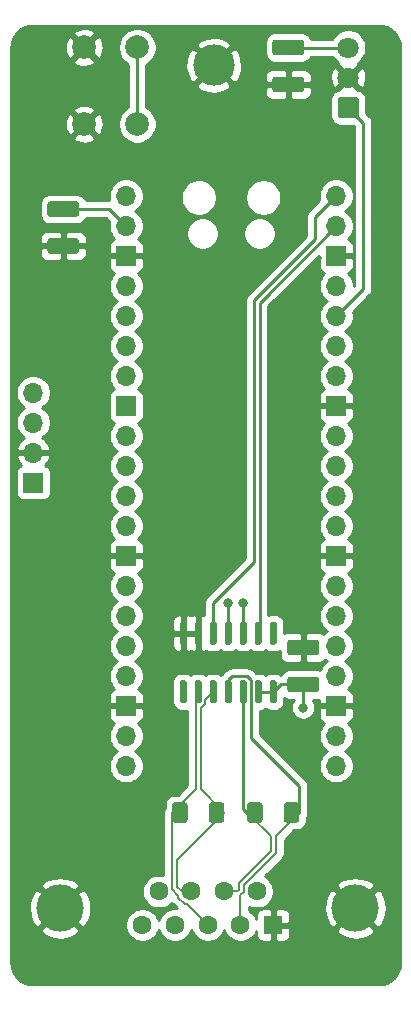
<source format=gbr>
%TF.GenerationSoftware,KiCad,Pcbnew,(5.1.10)-1*%
%TF.CreationDate,2021-12-02T15:45:15+11:00*%
%TF.ProjectId,BKM-10Rp2040,424b4d2d-3130-4527-9032-3034302e6b69,rev?*%
%TF.SameCoordinates,Original*%
%TF.FileFunction,Copper,L1,Top*%
%TF.FilePolarity,Positive*%
%FSLAX46Y46*%
G04 Gerber Fmt 4.6, Leading zero omitted, Abs format (unit mm)*
G04 Created by KiCad (PCBNEW (5.1.10)-1) date 2021-12-02 15:45:15*
%MOMM*%
%LPD*%
G01*
G04 APERTURE LIST*
%TA.AperFunction,ComponentPad*%
%ADD10C,3.500000*%
%TD*%
%TA.AperFunction,ComponentPad*%
%ADD11O,1.700000X1.700000*%
%TD*%
%TA.AperFunction,ComponentPad*%
%ADD12R,1.700000X1.700000*%
%TD*%
%TA.AperFunction,ComponentPad*%
%ADD13C,1.800000*%
%TD*%
%TA.AperFunction,ComponentPad*%
%ADD14C,2.000000*%
%TD*%
%TA.AperFunction,ComponentPad*%
%ADD15C,4.000000*%
%TD*%
%TA.AperFunction,ComponentPad*%
%ADD16C,1.600000*%
%TD*%
%TA.AperFunction,ComponentPad*%
%ADD17R,1.600000X1.600000*%
%TD*%
%TA.AperFunction,ViaPad*%
%ADD18C,0.800000*%
%TD*%
%TA.AperFunction,Conductor*%
%ADD19C,0.250000*%
%TD*%
%TA.AperFunction,Conductor*%
%ADD20C,0.200000*%
%TD*%
%TA.AperFunction,Conductor*%
%ADD21C,0.254000*%
%TD*%
%TA.AperFunction,Conductor*%
%ADD22C,0.100000*%
%TD*%
G04 APERTURE END LIST*
%TO.P,R2,2*%
%TO.N,RXD+*%
%TA.AperFunction,SMDPad,CuDef*%
G36*
G01*
X126100000Y-127645000D02*
X126100000Y-128895000D01*
G75*
G02*
X125850000Y-129145000I-250000J0D01*
G01*
X125050000Y-129145000D01*
G75*
G02*
X124800000Y-128895000I0J250000D01*
G01*
X124800000Y-127645000D01*
G75*
G02*
X125050000Y-127395000I250000J0D01*
G01*
X125850000Y-127395000D01*
G75*
G02*
X126100000Y-127645000I0J-250000D01*
G01*
G37*
%TD.AperFunction*%
%TO.P,R2,1*%
%TO.N,RXD-*%
%TA.AperFunction,SMDPad,CuDef*%
G36*
G01*
X129200000Y-127645000D02*
X129200000Y-128895000D01*
G75*
G02*
X128950000Y-129145000I-250000J0D01*
G01*
X128150000Y-129145000D01*
G75*
G02*
X127900000Y-128895000I0J250000D01*
G01*
X127900000Y-127645000D01*
G75*
G02*
X128150000Y-127395000I250000J0D01*
G01*
X128950000Y-127395000D01*
G75*
G02*
X129200000Y-127645000I0J-250000D01*
G01*
G37*
%TD.AperFunction*%
%TD*%
%TO.P,R1,2*%
%TO.N,TXD-*%
%TA.AperFunction,SMDPad,CuDef*%
G36*
G01*
X134250000Y-128895000D02*
X134250000Y-127645000D01*
G75*
G02*
X134500000Y-127395000I250000J0D01*
G01*
X135300000Y-127395000D01*
G75*
G02*
X135550000Y-127645000I0J-250000D01*
G01*
X135550000Y-128895000D01*
G75*
G02*
X135300000Y-129145000I-250000J0D01*
G01*
X134500000Y-129145000D01*
G75*
G02*
X134250000Y-128895000I0J250000D01*
G01*
G37*
%TD.AperFunction*%
%TO.P,R1,1*%
%TO.N,TXD+*%
%TA.AperFunction,SMDPad,CuDef*%
G36*
G01*
X131150000Y-128895000D02*
X131150000Y-127645000D01*
G75*
G02*
X131400000Y-127395000I250000J0D01*
G01*
X132200000Y-127395000D01*
G75*
G02*
X132450000Y-127645000I0J-250000D01*
G01*
X132450000Y-128895000D01*
G75*
G02*
X132200000Y-129145000I-250000J0D01*
G01*
X131400000Y-129145000D01*
G75*
G02*
X131150000Y-128895000I0J250000D01*
G01*
G37*
%TD.AperFunction*%
%TD*%
D10*
%TO.P,H1,1*%
%TO.N,GND*%
X128315720Y-65000000D03*
%TD*%
D11*
%TO.P,U2,40*%
%TO.N,Net-(U2-Pad40)*%
X120894999Y-76065000D03*
%TO.P,U2,39*%
%TO.N,+5V*%
X120894999Y-78605000D03*
D12*
%TO.P,U2,38*%
%TO.N,GND*%
X120894999Y-81145000D03*
D11*
%TO.P,U2,37*%
%TO.N,Net-(U2-Pad37)*%
X120894999Y-83685000D03*
%TO.P,U2,36*%
%TO.N,Net-(U2-Pad36)*%
X120894999Y-86225000D03*
%TO.P,U2,35*%
%TO.N,Net-(U2-Pad35)*%
X120894999Y-88765000D03*
%TO.P,U2,34*%
%TO.N,Net-(U2-Pad34)*%
X120894999Y-91305000D03*
D12*
%TO.P,U2,33*%
%TO.N,Net-(U2-Pad33)*%
X120894999Y-93845000D03*
D11*
%TO.P,U2,32*%
%TO.N,Net-(U2-Pad32)*%
X120894999Y-96385000D03*
%TO.P,U2,31*%
%TO.N,Net-(U2-Pad31)*%
X120894999Y-98925000D03*
%TO.P,U2,30*%
%TO.N,Net-(U2-Pad30)*%
X120894999Y-101465000D03*
%TO.P,U2,29*%
%TO.N,Net-(U2-Pad29)*%
X120894999Y-104005000D03*
D12*
%TO.P,U2,28*%
%TO.N,GND*%
X120894999Y-106545000D03*
D11*
%TO.P,U2,27*%
%TO.N,Net-(U2-Pad27)*%
X120894999Y-109085000D03*
%TO.P,U2,26*%
%TO.N,Net-(U2-Pad26)*%
X120894999Y-111625000D03*
%TO.P,U2,25*%
%TO.N,Net-(U2-Pad25)*%
X120894999Y-114165000D03*
%TO.P,U2,24*%
%TO.N,Net-(U2-Pad24)*%
X120894999Y-116705000D03*
D12*
%TO.P,U2,23*%
%TO.N,GND*%
X120894999Y-119245000D03*
D11*
%TO.P,U2,22*%
%TO.N,Net-(U2-Pad22)*%
X120894999Y-121785000D03*
%TO.P,U2,21*%
%TO.N,Net-(U2-Pad21)*%
X120894999Y-124325000D03*
%TO.P,U2,20*%
%TO.N,Net-(U2-Pad20)*%
X138674999Y-124325000D03*
%TO.P,U2,19*%
%TO.N,Net-(U2-Pad19)*%
X138674999Y-121785000D03*
D12*
%TO.P,U2,18*%
%TO.N,GND*%
X138674999Y-119245000D03*
D11*
%TO.P,U2,17*%
%TO.N,Net-(U2-Pad17)*%
X138674999Y-116705000D03*
%TO.P,U2,16*%
%TO.N,Net-(U2-Pad16)*%
X138674999Y-114165000D03*
%TO.P,U2,15*%
%TO.N,Net-(U2-Pad15)*%
X138674999Y-111625000D03*
%TO.P,U2,14*%
%TO.N,Net-(U2-Pad14)*%
X138674999Y-109085000D03*
D12*
%TO.P,U2,13*%
%TO.N,GND*%
X138674999Y-106545000D03*
D11*
%TO.P,U2,12*%
%TO.N,Net-(U2-Pad12)*%
X138674999Y-104005000D03*
%TO.P,U2,11*%
%TO.N,Net-(U2-Pad11)*%
X138674999Y-101465000D03*
%TO.P,U2,10*%
%TO.N,~RE~*%
X138674999Y-98925000D03*
%TO.P,U2,9*%
%TO.N,DE*%
X138674999Y-96385000D03*
D12*
%TO.P,U2,8*%
%TO.N,GND*%
X138674999Y-93845000D03*
D11*
%TO.P,U2,7*%
%TO.N,SCL*%
X138674999Y-91305000D03*
%TO.P,U2,6*%
%TO.N,SDA*%
X138674999Y-88765000D03*
%TO.P,U2,5*%
%TO.N,IR*%
X138674999Y-86225000D03*
%TO.P,U2,4*%
%TO.N,LEARN*%
X138674999Y-83685000D03*
D12*
%TO.P,U2,3*%
%TO.N,GND*%
X138674999Y-81145000D03*
D11*
%TO.P,U2,2*%
%TO.N,RX*%
X138674999Y-78605000D03*
%TO.P,U2,1*%
%TO.N,TX*%
X138674999Y-76065000D03*
%TD*%
%TO.P,J2,4*%
%TO.N,SDA*%
X113030000Y-92710000D03*
%TO.P,J2,3*%
%TO.N,SCL*%
X113030000Y-95250000D03*
%TO.P,J2,2*%
%TO.N,GND*%
X113030000Y-97790000D03*
D12*
%TO.P,J2,1*%
%TO.N,+5V*%
X113030000Y-100330000D03*
%TD*%
D13*
%TO.P,U3,3*%
%TO.N,+5V*%
X139700000Y-63500000D03*
%TO.P,U3,2*%
%TO.N,GND*%
X139700000Y-66040000D03*
%TO.P,U3,1*%
%TO.N,IR*%
%TA.AperFunction,ComponentPad*%
G36*
G01*
X140349800Y-69480000D02*
X139050200Y-69480000D01*
G75*
G02*
X138800000Y-69229800I0J250200D01*
G01*
X138800000Y-67930200D01*
G75*
G02*
X139050200Y-67680000I250200J0D01*
G01*
X140349800Y-67680000D01*
G75*
G02*
X140600000Y-67930200I0J-250200D01*
G01*
X140600000Y-69229800D01*
G75*
G02*
X140349800Y-69480000I-250200J0D01*
G01*
G37*
%TD.AperFunction*%
%TD*%
D14*
%TO.P,SW1,1*%
%TO.N,LEARN*%
X121843800Y-69994920D03*
%TO.P,SW1,2*%
%TO.N,GND*%
X117343800Y-69994920D03*
%TO.P,SW1,1*%
%TO.N,LEARN*%
X121843800Y-63494920D03*
%TO.P,SW1,2*%
%TO.N,GND*%
X117343800Y-63494920D03*
%TD*%
D15*
%TO.P,J1,0*%
%TO.N,GND*%
X140310000Y-136375000D03*
X115310000Y-136375000D03*
D16*
%TO.P,J1,9*%
%TO.N,Net-(J1-Pad9)*%
X123655000Y-134955000D03*
%TO.P,J1,8*%
%TO.N,RXD-*%
X126425000Y-134955000D03*
%TO.P,J1,7*%
%TO.N,TXD+*%
X129195000Y-134955000D03*
%TO.P,J1,6*%
%TO.N,Net-(J1-Pad6)*%
X131965000Y-134955000D03*
%TO.P,J1,5*%
%TO.N,+5V*%
X122270000Y-137795000D03*
%TO.P,J1,4*%
%TO.N,Net-(J1-Pad4)*%
X125040000Y-137795000D03*
%TO.P,J1,3*%
%TO.N,RXD+*%
X127810000Y-137795000D03*
%TO.P,J1,2*%
%TO.N,TXD-*%
X130580000Y-137795000D03*
D17*
%TO.P,J1,1*%
%TO.N,GND*%
X133350000Y-137795000D03*
%TD*%
%TO.P,C4,2*%
%TO.N,GND*%
%TA.AperFunction,SMDPad,CuDef*%
G36*
G01*
X133519999Y-65962500D02*
X135720001Y-65962500D01*
G75*
G02*
X135970000Y-66212499I0J-249999D01*
G01*
X135970000Y-67037501D01*
G75*
G02*
X135720001Y-67287500I-249999J0D01*
G01*
X133519999Y-67287500D01*
G75*
G02*
X133270000Y-67037501I0J249999D01*
G01*
X133270000Y-66212499D01*
G75*
G02*
X133519999Y-65962500I249999J0D01*
G01*
G37*
%TD.AperFunction*%
%TO.P,C4,1*%
%TO.N,+5V*%
%TA.AperFunction,SMDPad,CuDef*%
G36*
G01*
X133519999Y-62837500D02*
X135720001Y-62837500D01*
G75*
G02*
X135970000Y-63087499I0J-249999D01*
G01*
X135970000Y-63912501D01*
G75*
G02*
X135720001Y-64162500I-249999J0D01*
G01*
X133519999Y-64162500D01*
G75*
G02*
X133270000Y-63912501I0J249999D01*
G01*
X133270000Y-63087499D01*
G75*
G02*
X133519999Y-62837500I249999J0D01*
G01*
G37*
%TD.AperFunction*%
%TD*%
%TO.P,C3,2*%
%TO.N,GND*%
%TA.AperFunction,SMDPad,CuDef*%
G36*
G01*
X136990001Y-114962500D02*
X134789999Y-114962500D01*
G75*
G02*
X134540000Y-114712501I0J249999D01*
G01*
X134540000Y-113887499D01*
G75*
G02*
X134789999Y-113637500I249999J0D01*
G01*
X136990001Y-113637500D01*
G75*
G02*
X137240000Y-113887499I0J-249999D01*
G01*
X137240000Y-114712501D01*
G75*
G02*
X136990001Y-114962500I-249999J0D01*
G01*
G37*
%TD.AperFunction*%
%TO.P,C3,1*%
%TO.N,+5V*%
%TA.AperFunction,SMDPad,CuDef*%
G36*
G01*
X136990001Y-118087500D02*
X134789999Y-118087500D01*
G75*
G02*
X134540000Y-117837501I0J249999D01*
G01*
X134540000Y-117012499D01*
G75*
G02*
X134789999Y-116762500I249999J0D01*
G01*
X136990001Y-116762500D01*
G75*
G02*
X137240000Y-117012499I0J-249999D01*
G01*
X137240000Y-117837501D01*
G75*
G02*
X136990001Y-118087500I-249999J0D01*
G01*
G37*
%TD.AperFunction*%
%TD*%
%TO.P,C2,2*%
%TO.N,+5V*%
%TA.AperFunction,SMDPad,CuDef*%
G36*
G01*
X116670001Y-77840000D02*
X114469999Y-77840000D01*
G75*
G02*
X114220000Y-77590001I0J249999D01*
G01*
X114220000Y-76764999D01*
G75*
G02*
X114469999Y-76515000I249999J0D01*
G01*
X116670001Y-76515000D01*
G75*
G02*
X116920000Y-76764999I0J-249999D01*
G01*
X116920000Y-77590001D01*
G75*
G02*
X116670001Y-77840000I-249999J0D01*
G01*
G37*
%TD.AperFunction*%
%TO.P,C2,1*%
%TO.N,GND*%
%TA.AperFunction,SMDPad,CuDef*%
G36*
G01*
X116670001Y-80965000D02*
X114469999Y-80965000D01*
G75*
G02*
X114220000Y-80715001I0J249999D01*
G01*
X114220000Y-79889999D01*
G75*
G02*
X114469999Y-79640000I249999J0D01*
G01*
X116670001Y-79640000D01*
G75*
G02*
X116920000Y-79889999I0J-249999D01*
G01*
X116920000Y-80715001D01*
G75*
G02*
X116670001Y-80965000I-249999J0D01*
G01*
G37*
%TD.AperFunction*%
%TD*%
%TO.P,U1,14*%
%TO.N,+5V*%
%TA.AperFunction,SMDPad,CuDef*%
G36*
G01*
X133200000Y-117070000D02*
X133500000Y-117070000D01*
G75*
G02*
X133650000Y-117220000I0J-150000D01*
G01*
X133650000Y-118870000D01*
G75*
G02*
X133500000Y-119020000I-150000J0D01*
G01*
X133200000Y-119020000D01*
G75*
G02*
X133050000Y-118870000I0J150000D01*
G01*
X133050000Y-117220000D01*
G75*
G02*
X133200000Y-117070000I150000J0D01*
G01*
G37*
%TD.AperFunction*%
%TO.P,U1,13*%
%TA.AperFunction,SMDPad,CuDef*%
G36*
G01*
X131930000Y-117070000D02*
X132230000Y-117070000D01*
G75*
G02*
X132380000Y-117220000I0J-150000D01*
G01*
X132380000Y-118870000D01*
G75*
G02*
X132230000Y-119020000I-150000J0D01*
G01*
X131930000Y-119020000D01*
G75*
G02*
X131780000Y-118870000I0J150000D01*
G01*
X131780000Y-117220000D01*
G75*
G02*
X131930000Y-117070000I150000J0D01*
G01*
G37*
%TD.AperFunction*%
%TO.P,U1,12*%
%TO.N,TXD+*%
%TA.AperFunction,SMDPad,CuDef*%
G36*
G01*
X130660000Y-117070000D02*
X130960000Y-117070000D01*
G75*
G02*
X131110000Y-117220000I0J-150000D01*
G01*
X131110000Y-118870000D01*
G75*
G02*
X130960000Y-119020000I-150000J0D01*
G01*
X130660000Y-119020000D01*
G75*
G02*
X130510000Y-118870000I0J150000D01*
G01*
X130510000Y-117220000D01*
G75*
G02*
X130660000Y-117070000I150000J0D01*
G01*
G37*
%TD.AperFunction*%
%TO.P,U1,11*%
%TO.N,TXD-*%
%TA.AperFunction,SMDPad,CuDef*%
G36*
G01*
X129390000Y-117070000D02*
X129690000Y-117070000D01*
G75*
G02*
X129840000Y-117220000I0J-150000D01*
G01*
X129840000Y-118870000D01*
G75*
G02*
X129690000Y-119020000I-150000J0D01*
G01*
X129390000Y-119020000D01*
G75*
G02*
X129240000Y-118870000I0J150000D01*
G01*
X129240000Y-117220000D01*
G75*
G02*
X129390000Y-117070000I150000J0D01*
G01*
G37*
%TD.AperFunction*%
%TO.P,U1,10*%
%TO.N,RXD-*%
%TA.AperFunction,SMDPad,CuDef*%
G36*
G01*
X128120000Y-117070000D02*
X128420000Y-117070000D01*
G75*
G02*
X128570000Y-117220000I0J-150000D01*
G01*
X128570000Y-118870000D01*
G75*
G02*
X128420000Y-119020000I-150000J0D01*
G01*
X128120000Y-119020000D01*
G75*
G02*
X127970000Y-118870000I0J150000D01*
G01*
X127970000Y-117220000D01*
G75*
G02*
X128120000Y-117070000I150000J0D01*
G01*
G37*
%TD.AperFunction*%
%TO.P,U1,9*%
%TO.N,RXD+*%
%TA.AperFunction,SMDPad,CuDef*%
G36*
G01*
X126850000Y-117070000D02*
X127150000Y-117070000D01*
G75*
G02*
X127300000Y-117220000I0J-150000D01*
G01*
X127300000Y-118870000D01*
G75*
G02*
X127150000Y-119020000I-150000J0D01*
G01*
X126850000Y-119020000D01*
G75*
G02*
X126700000Y-118870000I0J150000D01*
G01*
X126700000Y-117220000D01*
G75*
G02*
X126850000Y-117070000I150000J0D01*
G01*
G37*
%TD.AperFunction*%
%TO.P,U1,8*%
%TO.N,Net-(U1-Pad8)*%
%TA.AperFunction,SMDPad,CuDef*%
G36*
G01*
X125580000Y-117070000D02*
X125880000Y-117070000D01*
G75*
G02*
X126030000Y-117220000I0J-150000D01*
G01*
X126030000Y-118870000D01*
G75*
G02*
X125880000Y-119020000I-150000J0D01*
G01*
X125580000Y-119020000D01*
G75*
G02*
X125430000Y-118870000I0J150000D01*
G01*
X125430000Y-117220000D01*
G75*
G02*
X125580000Y-117070000I150000J0D01*
G01*
G37*
%TD.AperFunction*%
%TO.P,U1,7*%
%TO.N,GND*%
%TA.AperFunction,SMDPad,CuDef*%
G36*
G01*
X125580000Y-112120000D02*
X125880000Y-112120000D01*
G75*
G02*
X126030000Y-112270000I0J-150000D01*
G01*
X126030000Y-113920000D01*
G75*
G02*
X125880000Y-114070000I-150000J0D01*
G01*
X125580000Y-114070000D01*
G75*
G02*
X125430000Y-113920000I0J150000D01*
G01*
X125430000Y-112270000D01*
G75*
G02*
X125580000Y-112120000I150000J0D01*
G01*
G37*
%TD.AperFunction*%
%TO.P,U1,6*%
%TA.AperFunction,SMDPad,CuDef*%
G36*
G01*
X126850000Y-112120000D02*
X127150000Y-112120000D01*
G75*
G02*
X127300000Y-112270000I0J-150000D01*
G01*
X127300000Y-113920000D01*
G75*
G02*
X127150000Y-114070000I-150000J0D01*
G01*
X126850000Y-114070000D01*
G75*
G02*
X126700000Y-113920000I0J150000D01*
G01*
X126700000Y-112270000D01*
G75*
G02*
X126850000Y-112120000I150000J0D01*
G01*
G37*
%TD.AperFunction*%
%TO.P,U1,5*%
%TO.N,TX*%
%TA.AperFunction,SMDPad,CuDef*%
G36*
G01*
X128120000Y-112120000D02*
X128420000Y-112120000D01*
G75*
G02*
X128570000Y-112270000I0J-150000D01*
G01*
X128570000Y-113920000D01*
G75*
G02*
X128420000Y-114070000I-150000J0D01*
G01*
X128120000Y-114070000D01*
G75*
G02*
X127970000Y-113920000I0J150000D01*
G01*
X127970000Y-112270000D01*
G75*
G02*
X128120000Y-112120000I150000J0D01*
G01*
G37*
%TD.AperFunction*%
%TO.P,U1,4*%
%TO.N,DE*%
%TA.AperFunction,SMDPad,CuDef*%
G36*
G01*
X129390000Y-112120000D02*
X129690000Y-112120000D01*
G75*
G02*
X129840000Y-112270000I0J-150000D01*
G01*
X129840000Y-113920000D01*
G75*
G02*
X129690000Y-114070000I-150000J0D01*
G01*
X129390000Y-114070000D01*
G75*
G02*
X129240000Y-113920000I0J150000D01*
G01*
X129240000Y-112270000D01*
G75*
G02*
X129390000Y-112120000I150000J0D01*
G01*
G37*
%TD.AperFunction*%
%TO.P,U1,3*%
%TO.N,~RE~*%
%TA.AperFunction,SMDPad,CuDef*%
G36*
G01*
X130660000Y-112120000D02*
X130960000Y-112120000D01*
G75*
G02*
X131110000Y-112270000I0J-150000D01*
G01*
X131110000Y-113920000D01*
G75*
G02*
X130960000Y-114070000I-150000J0D01*
G01*
X130660000Y-114070000D01*
G75*
G02*
X130510000Y-113920000I0J150000D01*
G01*
X130510000Y-112270000D01*
G75*
G02*
X130660000Y-112120000I150000J0D01*
G01*
G37*
%TD.AperFunction*%
%TO.P,U1,2*%
%TO.N,RX*%
%TA.AperFunction,SMDPad,CuDef*%
G36*
G01*
X131930000Y-112120000D02*
X132230000Y-112120000D01*
G75*
G02*
X132380000Y-112270000I0J-150000D01*
G01*
X132380000Y-113920000D01*
G75*
G02*
X132230000Y-114070000I-150000J0D01*
G01*
X131930000Y-114070000D01*
G75*
G02*
X131780000Y-113920000I0J150000D01*
G01*
X131780000Y-112270000D01*
G75*
G02*
X131930000Y-112120000I150000J0D01*
G01*
G37*
%TD.AperFunction*%
%TO.P,U1,1*%
%TO.N,Net-(U1-Pad1)*%
%TA.AperFunction,SMDPad,CuDef*%
G36*
G01*
X133200000Y-112120000D02*
X133500000Y-112120000D01*
G75*
G02*
X133650000Y-112270000I0J-150000D01*
G01*
X133650000Y-113920000D01*
G75*
G02*
X133500000Y-114070000I-150000J0D01*
G01*
X133200000Y-114070000D01*
G75*
G02*
X133050000Y-113920000I0J150000D01*
G01*
X133050000Y-112270000D01*
G75*
G02*
X133200000Y-112120000I150000J0D01*
G01*
G37*
%TD.AperFunction*%
%TD*%
D18*
%TO.N,+5V*%
X135890000Y-119380000D03*
%TO.N,DE*%
X129540000Y-110490000D03*
%TO.N,~RE~*%
X130810000Y-110490000D03*
%TD*%
D19*
%TO.N,+5V*%
X119467499Y-77177500D02*
X120894999Y-78605000D01*
X115570000Y-77177500D02*
X119467499Y-77177500D01*
X134620000Y-63500000D02*
X139700000Y-63500000D01*
X135890000Y-119380000D02*
X135890000Y-117425000D01*
X133970000Y-117425000D02*
X133350000Y-118045000D01*
X135890000Y-117425000D02*
X133970000Y-117425000D01*
X133350000Y-118045000D02*
X132080000Y-118045000D01*
D20*
%TO.N,RXD-*%
X127600010Y-119056402D02*
X127225000Y-119431412D01*
X127600010Y-118714990D02*
X127600010Y-119056402D01*
X127225000Y-119431412D02*
X127225000Y-126270000D01*
X128270000Y-118045000D02*
X127600010Y-118714990D01*
X127225000Y-126270000D02*
X129225000Y-128270000D01*
X125606397Y-134955000D02*
X126425000Y-134955000D01*
X125225000Y-134573603D02*
X125606397Y-134955000D01*
X125225000Y-132270000D02*
X125225000Y-134573603D01*
X129225000Y-128270000D02*
X125225000Y-132270000D01*
D19*
%TO.N,TXD+*%
X130810000Y-127955000D02*
X131125000Y-128270000D01*
X130810000Y-118045000D02*
X130810000Y-127955000D01*
D20*
X130261801Y-134955000D02*
X129195000Y-134955000D01*
X130415008Y-134801794D02*
X130261801Y-134955000D01*
X130415008Y-134240607D02*
X130415008Y-134801794D01*
X133125000Y-131530615D02*
X130415008Y-134240607D01*
X133125000Y-130270000D02*
X133125000Y-131530615D01*
X131125000Y-128270000D02*
X133125000Y-130270000D01*
%TO.N,RXD+*%
X126775000Y-126270000D02*
X124775000Y-128270000D01*
X126775000Y-118903603D02*
X126775000Y-126270000D01*
X127000000Y-118678603D02*
X126775000Y-118903603D01*
X127000000Y-118045000D02*
X127000000Y-118678603D01*
X125896999Y-136055001D02*
X126070001Y-136055001D01*
X125324999Y-135483001D02*
X125896999Y-136055001D01*
X125324999Y-135309999D02*
X125324999Y-135483001D01*
X126070001Y-136055001D02*
X127810000Y-137795000D01*
X124775000Y-134760000D02*
X125324999Y-135309999D01*
X124775000Y-128270000D02*
X124775000Y-134760000D01*
D19*
%TO.N,TXD-*%
X131445000Y-117033232D02*
X131445000Y-121920000D01*
X129865010Y-116744990D02*
X131156758Y-116744990D01*
X131445000Y-121920000D02*
X135575000Y-126050000D01*
X131156758Y-116744990D02*
X131445000Y-117033232D01*
X129540000Y-117070000D02*
X129865010Y-116744990D01*
X129540000Y-118045000D02*
X129540000Y-117070000D01*
X135575000Y-126050000D02*
X135575000Y-128270000D01*
D20*
X130580000Y-135273199D02*
X130580000Y-137795000D01*
X130864999Y-134988200D02*
X130580000Y-135273199D01*
X133575000Y-130270000D02*
X133575000Y-131716998D01*
X135575000Y-128270000D02*
X133575000Y-130270000D01*
X130864999Y-134426999D02*
X130864999Y-134988200D01*
X133575000Y-131716998D02*
X130864999Y-134426999D01*
D19*
%TO.N,LEARN*%
X121843800Y-63410960D02*
X121843800Y-69910960D01*
%TO.N,TX*%
X138674999Y-76065000D02*
X136896794Y-77843205D01*
X136896794Y-79746795D02*
X131739990Y-84903599D01*
X136896794Y-77843205D02*
X136896794Y-79746795D01*
X131739990Y-84903599D02*
X131739990Y-107020010D01*
X128270000Y-110490000D02*
X128270000Y-113095000D01*
X131739990Y-107020010D02*
X128270000Y-110490000D01*
%TO.N,DE*%
X129540000Y-110490000D02*
X129540000Y-113095000D01*
%TO.N,~RE~*%
X130810000Y-110490000D02*
X130810000Y-113095000D01*
%TO.N,RX*%
X138674999Y-78605000D02*
X132189999Y-85090000D01*
X132189999Y-85090000D02*
X132189999Y-112920001D01*
%TO.N,IR*%
X139700000Y-68580000D02*
X140970000Y-69850000D01*
X140970000Y-83929999D02*
X138674999Y-86225000D01*
X140970000Y-69850000D02*
X140970000Y-83929999D01*
%TD*%
D21*
%TO.N,GND*%
X142599668Y-61683551D02*
X142945634Y-61788004D01*
X143264724Y-61957667D01*
X143544781Y-62186076D01*
X143775141Y-62464534D01*
X143947027Y-62782430D01*
X144053893Y-63127658D01*
X144095000Y-63518753D01*
X144095001Y-140936485D01*
X144056449Y-141329667D01*
X143951996Y-141675635D01*
X143782333Y-141994724D01*
X143553924Y-142274781D01*
X143275466Y-142505141D01*
X142957570Y-142677027D01*
X142612340Y-142783894D01*
X142221238Y-142825000D01*
X113063505Y-142825000D01*
X112670333Y-142786449D01*
X112324365Y-142681996D01*
X112005276Y-142512333D01*
X111725219Y-142283924D01*
X111494859Y-142005466D01*
X111322973Y-141687570D01*
X111216106Y-141342340D01*
X111175000Y-140951238D01*
X111175000Y-138222499D01*
X113642106Y-138222499D01*
X113858228Y-138589258D01*
X114318105Y-138829938D01*
X114816098Y-138976275D01*
X115333071Y-139022648D01*
X115849159Y-138967273D01*
X116344526Y-138812279D01*
X116761772Y-138589258D01*
X116977894Y-138222499D01*
X115310000Y-136554605D01*
X113642106Y-138222499D01*
X111175000Y-138222499D01*
X111175000Y-136398071D01*
X112662352Y-136398071D01*
X112717727Y-136914159D01*
X112872721Y-137409526D01*
X113095742Y-137826772D01*
X113462501Y-138042894D01*
X115130395Y-136375000D01*
X115489605Y-136375000D01*
X117157499Y-138042894D01*
X117524258Y-137826772D01*
X117614854Y-137653665D01*
X120835000Y-137653665D01*
X120835000Y-137936335D01*
X120890147Y-138213574D01*
X120998320Y-138474727D01*
X121155363Y-138709759D01*
X121355241Y-138909637D01*
X121590273Y-139066680D01*
X121851426Y-139174853D01*
X122128665Y-139230000D01*
X122411335Y-139230000D01*
X122688574Y-139174853D01*
X122949727Y-139066680D01*
X123184759Y-138909637D01*
X123384637Y-138709759D01*
X123541680Y-138474727D01*
X123649853Y-138213574D01*
X123655000Y-138187699D01*
X123660147Y-138213574D01*
X123768320Y-138474727D01*
X123925363Y-138709759D01*
X124125241Y-138909637D01*
X124360273Y-139066680D01*
X124621426Y-139174853D01*
X124898665Y-139230000D01*
X125181335Y-139230000D01*
X125458574Y-139174853D01*
X125719727Y-139066680D01*
X125954759Y-138909637D01*
X126154637Y-138709759D01*
X126311680Y-138474727D01*
X126419853Y-138213574D01*
X126425000Y-138187699D01*
X126430147Y-138213574D01*
X126538320Y-138474727D01*
X126695363Y-138709759D01*
X126895241Y-138909637D01*
X127130273Y-139066680D01*
X127391426Y-139174853D01*
X127668665Y-139230000D01*
X127951335Y-139230000D01*
X128228574Y-139174853D01*
X128489727Y-139066680D01*
X128724759Y-138909637D01*
X128924637Y-138709759D01*
X129081680Y-138474727D01*
X129189853Y-138213574D01*
X129195000Y-138187699D01*
X129200147Y-138213574D01*
X129308320Y-138474727D01*
X129465363Y-138709759D01*
X129665241Y-138909637D01*
X129900273Y-139066680D01*
X130161426Y-139174853D01*
X130438665Y-139230000D01*
X130721335Y-139230000D01*
X130998574Y-139174853D01*
X131259727Y-139066680D01*
X131494759Y-138909637D01*
X131694637Y-138709759D01*
X131851680Y-138474727D01*
X131913539Y-138325387D01*
X131911928Y-138595000D01*
X131924188Y-138719482D01*
X131960498Y-138839180D01*
X132019463Y-138949494D01*
X132098815Y-139046185D01*
X132195506Y-139125537D01*
X132305820Y-139184502D01*
X132425518Y-139220812D01*
X132550000Y-139233072D01*
X133064250Y-139230000D01*
X133223000Y-139071250D01*
X133223000Y-137922000D01*
X133477000Y-137922000D01*
X133477000Y-139071250D01*
X133635750Y-139230000D01*
X134150000Y-139233072D01*
X134274482Y-139220812D01*
X134394180Y-139184502D01*
X134504494Y-139125537D01*
X134601185Y-139046185D01*
X134680537Y-138949494D01*
X134739502Y-138839180D01*
X134775812Y-138719482D01*
X134788072Y-138595000D01*
X134785847Y-138222499D01*
X138642106Y-138222499D01*
X138858228Y-138589258D01*
X139318105Y-138829938D01*
X139816098Y-138976275D01*
X140333071Y-139022648D01*
X140849159Y-138967273D01*
X141344526Y-138812279D01*
X141761772Y-138589258D01*
X141977894Y-138222499D01*
X140310000Y-136554605D01*
X138642106Y-138222499D01*
X134785847Y-138222499D01*
X134785000Y-138080750D01*
X134626250Y-137922000D01*
X133477000Y-137922000D01*
X133223000Y-137922000D01*
X133203000Y-137922000D01*
X133203000Y-137668000D01*
X133223000Y-137668000D01*
X133223000Y-136518750D01*
X133477000Y-136518750D01*
X133477000Y-137668000D01*
X134626250Y-137668000D01*
X134785000Y-137509250D01*
X134788072Y-136995000D01*
X134775812Y-136870518D01*
X134739502Y-136750820D01*
X134680537Y-136640506D01*
X134601185Y-136543815D01*
X134504494Y-136464463D01*
X134394180Y-136405498D01*
X134369697Y-136398071D01*
X137662352Y-136398071D01*
X137717727Y-136914159D01*
X137872721Y-137409526D01*
X138095742Y-137826772D01*
X138462501Y-138042894D01*
X140130395Y-136375000D01*
X140489605Y-136375000D01*
X142157499Y-138042894D01*
X142524258Y-137826772D01*
X142764938Y-137366895D01*
X142911275Y-136868902D01*
X142957648Y-136351929D01*
X142902273Y-135835841D01*
X142747279Y-135340474D01*
X142524258Y-134923228D01*
X142157499Y-134707106D01*
X140489605Y-136375000D01*
X140130395Y-136375000D01*
X138462501Y-134707106D01*
X138095742Y-134923228D01*
X137855062Y-135383105D01*
X137708725Y-135881098D01*
X137662352Y-136398071D01*
X134369697Y-136398071D01*
X134274482Y-136369188D01*
X134150000Y-136356928D01*
X133635750Y-136360000D01*
X133477000Y-136518750D01*
X133223000Y-136518750D01*
X133064250Y-136360000D01*
X132550000Y-136356928D01*
X132425518Y-136369188D01*
X132305820Y-136405498D01*
X132195506Y-136464463D01*
X132098815Y-136543815D01*
X132019463Y-136640506D01*
X131960498Y-136750820D01*
X131924188Y-136870518D01*
X131911928Y-136995000D01*
X131913539Y-137264613D01*
X131851680Y-137115273D01*
X131694637Y-136880241D01*
X131494759Y-136680363D01*
X131315000Y-136560252D01*
X131315000Y-136238993D01*
X131546426Y-136334853D01*
X131823665Y-136390000D01*
X132106335Y-136390000D01*
X132383574Y-136334853D01*
X132644727Y-136226680D01*
X132879759Y-136069637D01*
X133079637Y-135869759D01*
X133236680Y-135634727D01*
X133344853Y-135373574D01*
X133400000Y-135096335D01*
X133400000Y-134813665D01*
X133344853Y-134536426D01*
X133341157Y-134527501D01*
X138642106Y-134527501D01*
X140310000Y-136195395D01*
X141977894Y-134527501D01*
X141761772Y-134160742D01*
X141301895Y-133920062D01*
X140803902Y-133773725D01*
X140286929Y-133727352D01*
X139770841Y-133782727D01*
X139275474Y-133937721D01*
X138858228Y-134160742D01*
X138642106Y-134527501D01*
X133341157Y-134527501D01*
X133236680Y-134275273D01*
X133079637Y-134040241D01*
X132879759Y-133840363D01*
X132646764Y-133684681D01*
X134069193Y-132262252D01*
X134097238Y-132239236D01*
X134189087Y-132127318D01*
X134257337Y-131999631D01*
X134299365Y-131861083D01*
X134310000Y-131753103D01*
X134310000Y-131753096D01*
X134313555Y-131716999D01*
X134310000Y-131680902D01*
X134310000Y-130574446D01*
X135101375Y-129783072D01*
X135300000Y-129783072D01*
X135473254Y-129766008D01*
X135639850Y-129715472D01*
X135793386Y-129633405D01*
X135927962Y-129522962D01*
X136038405Y-129388386D01*
X136120472Y-129234850D01*
X136171008Y-129068254D01*
X136188072Y-128895000D01*
X136188072Y-128720964D01*
X136209974Y-128694276D01*
X136280546Y-128562247D01*
X136324003Y-128418986D01*
X136335000Y-128307333D01*
X136335000Y-126087322D01*
X136338676Y-126049999D01*
X136335000Y-126012677D01*
X136335000Y-126012667D01*
X136324003Y-125901014D01*
X136280546Y-125757753D01*
X136262904Y-125724747D01*
X136209974Y-125625723D01*
X136138799Y-125538997D01*
X136115001Y-125509999D01*
X136086004Y-125486202D01*
X132205000Y-121605199D01*
X132205000Y-119658072D01*
X132230000Y-119658072D01*
X132383745Y-119642929D01*
X132531582Y-119598084D01*
X132667829Y-119525258D01*
X132715000Y-119486546D01*
X132762171Y-119525258D01*
X132898418Y-119598084D01*
X133046255Y-119642929D01*
X133200000Y-119658072D01*
X133500000Y-119658072D01*
X133653745Y-119642929D01*
X133801582Y-119598084D01*
X133937829Y-119525258D01*
X134057251Y-119427251D01*
X134155258Y-119307829D01*
X134228084Y-119171582D01*
X134272929Y-119023745D01*
X134288072Y-118870000D01*
X134288072Y-118568896D01*
X134296613Y-118575905D01*
X134450149Y-118657972D01*
X134616745Y-118708508D01*
X134789999Y-118725572D01*
X135082491Y-118725572D01*
X134972795Y-118889744D01*
X134894774Y-119078102D01*
X134855000Y-119278061D01*
X134855000Y-119481939D01*
X134894774Y-119681898D01*
X134972795Y-119870256D01*
X135086063Y-120039774D01*
X135230226Y-120183937D01*
X135399744Y-120297205D01*
X135588102Y-120375226D01*
X135788061Y-120415000D01*
X135991939Y-120415000D01*
X136191898Y-120375226D01*
X136380256Y-120297205D01*
X136549774Y-120183937D01*
X136638711Y-120095000D01*
X137186927Y-120095000D01*
X137199187Y-120219482D01*
X137235497Y-120339180D01*
X137294462Y-120449494D01*
X137373814Y-120546185D01*
X137470505Y-120625537D01*
X137580819Y-120684502D01*
X137653379Y-120706513D01*
X137521524Y-120838368D01*
X137359009Y-121081589D01*
X137247067Y-121351842D01*
X137189999Y-121638740D01*
X137189999Y-121931260D01*
X137247067Y-122218158D01*
X137359009Y-122488411D01*
X137521524Y-122731632D01*
X137728367Y-122938475D01*
X137902759Y-123055000D01*
X137728367Y-123171525D01*
X137521524Y-123378368D01*
X137359009Y-123621589D01*
X137247067Y-123891842D01*
X137189999Y-124178740D01*
X137189999Y-124471260D01*
X137247067Y-124758158D01*
X137359009Y-125028411D01*
X137521524Y-125271632D01*
X137728367Y-125478475D01*
X137971588Y-125640990D01*
X138241841Y-125752932D01*
X138528739Y-125810000D01*
X138821259Y-125810000D01*
X139108157Y-125752932D01*
X139378410Y-125640990D01*
X139621631Y-125478475D01*
X139828474Y-125271632D01*
X139990989Y-125028411D01*
X140102931Y-124758158D01*
X140159999Y-124471260D01*
X140159999Y-124178740D01*
X140102931Y-123891842D01*
X139990989Y-123621589D01*
X139828474Y-123378368D01*
X139621631Y-123171525D01*
X139447239Y-123055000D01*
X139621631Y-122938475D01*
X139828474Y-122731632D01*
X139990989Y-122488411D01*
X140102931Y-122218158D01*
X140159999Y-121931260D01*
X140159999Y-121638740D01*
X140102931Y-121351842D01*
X139990989Y-121081589D01*
X139828474Y-120838368D01*
X139696619Y-120706513D01*
X139769179Y-120684502D01*
X139879493Y-120625537D01*
X139976184Y-120546185D01*
X140055536Y-120449494D01*
X140114501Y-120339180D01*
X140150811Y-120219482D01*
X140163071Y-120095000D01*
X140159999Y-119530750D01*
X140001249Y-119372000D01*
X138801999Y-119372000D01*
X138801999Y-119392000D01*
X138547999Y-119392000D01*
X138547999Y-119372000D01*
X137348749Y-119372000D01*
X137189999Y-119530750D01*
X137186927Y-120095000D01*
X136638711Y-120095000D01*
X136693937Y-120039774D01*
X136807205Y-119870256D01*
X136885226Y-119681898D01*
X136925000Y-119481939D01*
X136925000Y-119278061D01*
X136885226Y-119078102D01*
X136807205Y-118889744D01*
X136697509Y-118725572D01*
X136990001Y-118725572D01*
X137163255Y-118708508D01*
X137188592Y-118700822D01*
X137189999Y-118959250D01*
X137348749Y-119118000D01*
X138547999Y-119118000D01*
X138547999Y-119098000D01*
X138801999Y-119098000D01*
X138801999Y-119118000D01*
X140001249Y-119118000D01*
X140159999Y-118959250D01*
X140163071Y-118395000D01*
X140150811Y-118270518D01*
X140114501Y-118150820D01*
X140055536Y-118040506D01*
X139976184Y-117943815D01*
X139879493Y-117864463D01*
X139769179Y-117805498D01*
X139696619Y-117783487D01*
X139828474Y-117651632D01*
X139990989Y-117408411D01*
X140102931Y-117138158D01*
X140159999Y-116851260D01*
X140159999Y-116558740D01*
X140102931Y-116271842D01*
X139990989Y-116001589D01*
X139828474Y-115758368D01*
X139621631Y-115551525D01*
X139447239Y-115435000D01*
X139621631Y-115318475D01*
X139828474Y-115111632D01*
X139990989Y-114868411D01*
X140102931Y-114598158D01*
X140159999Y-114311260D01*
X140159999Y-114018740D01*
X140102931Y-113731842D01*
X139990989Y-113461589D01*
X139828474Y-113218368D01*
X139621631Y-113011525D01*
X139447239Y-112895000D01*
X139621631Y-112778475D01*
X139828474Y-112571632D01*
X139990989Y-112328411D01*
X140102931Y-112058158D01*
X140159999Y-111771260D01*
X140159999Y-111478740D01*
X140102931Y-111191842D01*
X139990989Y-110921589D01*
X139828474Y-110678368D01*
X139621631Y-110471525D01*
X139447239Y-110355000D01*
X139621631Y-110238475D01*
X139828474Y-110031632D01*
X139990989Y-109788411D01*
X140102931Y-109518158D01*
X140159999Y-109231260D01*
X140159999Y-108938740D01*
X140102931Y-108651842D01*
X139990989Y-108381589D01*
X139828474Y-108138368D01*
X139696619Y-108006513D01*
X139769179Y-107984502D01*
X139879493Y-107925537D01*
X139976184Y-107846185D01*
X140055536Y-107749494D01*
X140114501Y-107639180D01*
X140150811Y-107519482D01*
X140163071Y-107395000D01*
X140159999Y-106830750D01*
X140001249Y-106672000D01*
X138801999Y-106672000D01*
X138801999Y-106692000D01*
X138547999Y-106692000D01*
X138547999Y-106672000D01*
X137348749Y-106672000D01*
X137189999Y-106830750D01*
X137186927Y-107395000D01*
X137199187Y-107519482D01*
X137235497Y-107639180D01*
X137294462Y-107749494D01*
X137373814Y-107846185D01*
X137470505Y-107925537D01*
X137580819Y-107984502D01*
X137653379Y-108006513D01*
X137521524Y-108138368D01*
X137359009Y-108381589D01*
X137247067Y-108651842D01*
X137189999Y-108938740D01*
X137189999Y-109231260D01*
X137247067Y-109518158D01*
X137359009Y-109788411D01*
X137521524Y-110031632D01*
X137728367Y-110238475D01*
X137902759Y-110355000D01*
X137728367Y-110471525D01*
X137521524Y-110678368D01*
X137359009Y-110921589D01*
X137247067Y-111191842D01*
X137189999Y-111478740D01*
X137189999Y-111771260D01*
X137247067Y-112058158D01*
X137359009Y-112328411D01*
X137521524Y-112571632D01*
X137728367Y-112778475D01*
X137902759Y-112895000D01*
X137728367Y-113011525D01*
X137615604Y-113124288D01*
X137594494Y-113106963D01*
X137484180Y-113047998D01*
X137364482Y-113011688D01*
X137240000Y-112999428D01*
X136175750Y-113002500D01*
X136017000Y-113161250D01*
X136017000Y-114173000D01*
X136037000Y-114173000D01*
X136037000Y-114427000D01*
X136017000Y-114427000D01*
X136017000Y-115438750D01*
X136175750Y-115597500D01*
X137240000Y-115600572D01*
X137364482Y-115588312D01*
X137484180Y-115552002D01*
X137594494Y-115493037D01*
X137691185Y-115413685D01*
X137754817Y-115336149D01*
X137902759Y-115435000D01*
X137728367Y-115551525D01*
X137521524Y-115758368D01*
X137359009Y-116001589D01*
X137285677Y-116178628D01*
X137163255Y-116141492D01*
X136990001Y-116124428D01*
X134789999Y-116124428D01*
X134616745Y-116141492D01*
X134450149Y-116192028D01*
X134296613Y-116274095D01*
X134162038Y-116384538D01*
X134051595Y-116519113D01*
X133999954Y-116615726D01*
X133937829Y-116564742D01*
X133801582Y-116491916D01*
X133653745Y-116447071D01*
X133500000Y-116431928D01*
X133200000Y-116431928D01*
X133046255Y-116447071D01*
X132898418Y-116491916D01*
X132762171Y-116564742D01*
X132715000Y-116603454D01*
X132667829Y-116564742D01*
X132531582Y-116491916D01*
X132383745Y-116447071D01*
X132230000Y-116431928D01*
X131930000Y-116431928D01*
X131919528Y-116432959D01*
X131720562Y-116233993D01*
X131696759Y-116204989D01*
X131581034Y-116110016D01*
X131449005Y-116039444D01*
X131305744Y-115995987D01*
X131194091Y-115984990D01*
X131194080Y-115984990D01*
X131156758Y-115981314D01*
X131119436Y-115984990D01*
X129902343Y-115984990D01*
X129865010Y-115981313D01*
X129827677Y-115984990D01*
X129716024Y-115995987D01*
X129572763Y-116039444D01*
X129440734Y-116110016D01*
X129325009Y-116204989D01*
X129301206Y-116233993D01*
X129028998Y-116506201D01*
X129000000Y-116529999D01*
X128986582Y-116546349D01*
X128952171Y-116564742D01*
X128905000Y-116603454D01*
X128857829Y-116564742D01*
X128721582Y-116491916D01*
X128573745Y-116447071D01*
X128420000Y-116431928D01*
X128120000Y-116431928D01*
X127966255Y-116447071D01*
X127818418Y-116491916D01*
X127682171Y-116564742D01*
X127635000Y-116603454D01*
X127587829Y-116564742D01*
X127451582Y-116491916D01*
X127303745Y-116447071D01*
X127150000Y-116431928D01*
X126850000Y-116431928D01*
X126696255Y-116447071D01*
X126548418Y-116491916D01*
X126412171Y-116564742D01*
X126365000Y-116603454D01*
X126317829Y-116564742D01*
X126181582Y-116491916D01*
X126033745Y-116447071D01*
X125880000Y-116431928D01*
X125580000Y-116431928D01*
X125426255Y-116447071D01*
X125278418Y-116491916D01*
X125142171Y-116564742D01*
X125022749Y-116662749D01*
X124924742Y-116782171D01*
X124851916Y-116918418D01*
X124807071Y-117066255D01*
X124791928Y-117220000D01*
X124791928Y-118870000D01*
X124807071Y-119023745D01*
X124851916Y-119171582D01*
X124924742Y-119307829D01*
X125022749Y-119427251D01*
X125142171Y-119525258D01*
X125278418Y-119598084D01*
X125426255Y-119642929D01*
X125580000Y-119658072D01*
X125880000Y-119658072D01*
X126033745Y-119642929D01*
X126040000Y-119641032D01*
X126040001Y-125965552D01*
X125248626Y-126756928D01*
X125050000Y-126756928D01*
X124876746Y-126773992D01*
X124710150Y-126824528D01*
X124556614Y-126906595D01*
X124422038Y-127017038D01*
X124311595Y-127151614D01*
X124229528Y-127305150D01*
X124178992Y-127471746D01*
X124161928Y-127645000D01*
X124161928Y-127858444D01*
X124160913Y-127859681D01*
X124092663Y-127987368D01*
X124063384Y-128083887D01*
X124050635Y-128125915D01*
X124036444Y-128270000D01*
X124040000Y-128306105D01*
X124040001Y-133568469D01*
X123796335Y-133520000D01*
X123513665Y-133520000D01*
X123236426Y-133575147D01*
X122975273Y-133683320D01*
X122740241Y-133840363D01*
X122540363Y-134040241D01*
X122383320Y-134275273D01*
X122275147Y-134536426D01*
X122220000Y-134813665D01*
X122220000Y-135096335D01*
X122275147Y-135373574D01*
X122383320Y-135634727D01*
X122540363Y-135869759D01*
X122740241Y-136069637D01*
X122975273Y-136226680D01*
X123236426Y-136334853D01*
X123513665Y-136390000D01*
X123796335Y-136390000D01*
X124073574Y-136334853D01*
X124334727Y-136226680D01*
X124569759Y-136069637D01*
X124726762Y-135912634D01*
X124802762Y-136005239D01*
X124830807Y-136028255D01*
X125162551Y-136360000D01*
X124898665Y-136360000D01*
X124621426Y-136415147D01*
X124360273Y-136523320D01*
X124125241Y-136680363D01*
X123925363Y-136880241D01*
X123768320Y-137115273D01*
X123660147Y-137376426D01*
X123655000Y-137402301D01*
X123649853Y-137376426D01*
X123541680Y-137115273D01*
X123384637Y-136880241D01*
X123184759Y-136680363D01*
X122949727Y-136523320D01*
X122688574Y-136415147D01*
X122411335Y-136360000D01*
X122128665Y-136360000D01*
X121851426Y-136415147D01*
X121590273Y-136523320D01*
X121355241Y-136680363D01*
X121155363Y-136880241D01*
X120998320Y-137115273D01*
X120890147Y-137376426D01*
X120835000Y-137653665D01*
X117614854Y-137653665D01*
X117764938Y-137366895D01*
X117911275Y-136868902D01*
X117957648Y-136351929D01*
X117902273Y-135835841D01*
X117747279Y-135340474D01*
X117524258Y-134923228D01*
X117157499Y-134707106D01*
X115489605Y-136375000D01*
X115130395Y-136375000D01*
X113462501Y-134707106D01*
X113095742Y-134923228D01*
X112855062Y-135383105D01*
X112708725Y-135881098D01*
X112662352Y-136398071D01*
X111175000Y-136398071D01*
X111175000Y-134527501D01*
X113642106Y-134527501D01*
X115310000Y-136195395D01*
X116977894Y-134527501D01*
X116761772Y-134160742D01*
X116301895Y-133920062D01*
X115803902Y-133773725D01*
X115286929Y-133727352D01*
X114770841Y-133782727D01*
X114275474Y-133937721D01*
X113858228Y-134160742D01*
X113642106Y-134527501D01*
X111175000Y-134527501D01*
X111175000Y-120095000D01*
X119406927Y-120095000D01*
X119419187Y-120219482D01*
X119455497Y-120339180D01*
X119514462Y-120449494D01*
X119593814Y-120546185D01*
X119690505Y-120625537D01*
X119800819Y-120684502D01*
X119873379Y-120706513D01*
X119741524Y-120838368D01*
X119579009Y-121081589D01*
X119467067Y-121351842D01*
X119409999Y-121638740D01*
X119409999Y-121931260D01*
X119467067Y-122218158D01*
X119579009Y-122488411D01*
X119741524Y-122731632D01*
X119948367Y-122938475D01*
X120122759Y-123055000D01*
X119948367Y-123171525D01*
X119741524Y-123378368D01*
X119579009Y-123621589D01*
X119467067Y-123891842D01*
X119409999Y-124178740D01*
X119409999Y-124471260D01*
X119467067Y-124758158D01*
X119579009Y-125028411D01*
X119741524Y-125271632D01*
X119948367Y-125478475D01*
X120191588Y-125640990D01*
X120461841Y-125752932D01*
X120748739Y-125810000D01*
X121041259Y-125810000D01*
X121328157Y-125752932D01*
X121598410Y-125640990D01*
X121841631Y-125478475D01*
X122048474Y-125271632D01*
X122210989Y-125028411D01*
X122322931Y-124758158D01*
X122379999Y-124471260D01*
X122379999Y-124178740D01*
X122322931Y-123891842D01*
X122210989Y-123621589D01*
X122048474Y-123378368D01*
X121841631Y-123171525D01*
X121667239Y-123055000D01*
X121841631Y-122938475D01*
X122048474Y-122731632D01*
X122210989Y-122488411D01*
X122322931Y-122218158D01*
X122379999Y-121931260D01*
X122379999Y-121638740D01*
X122322931Y-121351842D01*
X122210989Y-121081589D01*
X122048474Y-120838368D01*
X121916619Y-120706513D01*
X121989179Y-120684502D01*
X122099493Y-120625537D01*
X122196184Y-120546185D01*
X122275536Y-120449494D01*
X122334501Y-120339180D01*
X122370811Y-120219482D01*
X122383071Y-120095000D01*
X122379999Y-119530750D01*
X122221249Y-119372000D01*
X121021999Y-119372000D01*
X121021999Y-119392000D01*
X120767999Y-119392000D01*
X120767999Y-119372000D01*
X119568749Y-119372000D01*
X119409999Y-119530750D01*
X119406927Y-120095000D01*
X111175000Y-120095000D01*
X111175000Y-107395000D01*
X119406927Y-107395000D01*
X119419187Y-107519482D01*
X119455497Y-107639180D01*
X119514462Y-107749494D01*
X119593814Y-107846185D01*
X119690505Y-107925537D01*
X119800819Y-107984502D01*
X119873379Y-108006513D01*
X119741524Y-108138368D01*
X119579009Y-108381589D01*
X119467067Y-108651842D01*
X119409999Y-108938740D01*
X119409999Y-109231260D01*
X119467067Y-109518158D01*
X119579009Y-109788411D01*
X119741524Y-110031632D01*
X119948367Y-110238475D01*
X120122759Y-110355000D01*
X119948367Y-110471525D01*
X119741524Y-110678368D01*
X119579009Y-110921589D01*
X119467067Y-111191842D01*
X119409999Y-111478740D01*
X119409999Y-111771260D01*
X119467067Y-112058158D01*
X119579009Y-112328411D01*
X119741524Y-112571632D01*
X119948367Y-112778475D01*
X120122759Y-112895000D01*
X119948367Y-113011525D01*
X119741524Y-113218368D01*
X119579009Y-113461589D01*
X119467067Y-113731842D01*
X119409999Y-114018740D01*
X119409999Y-114311260D01*
X119467067Y-114598158D01*
X119579009Y-114868411D01*
X119741524Y-115111632D01*
X119948367Y-115318475D01*
X120122759Y-115435000D01*
X119948367Y-115551525D01*
X119741524Y-115758368D01*
X119579009Y-116001589D01*
X119467067Y-116271842D01*
X119409999Y-116558740D01*
X119409999Y-116851260D01*
X119467067Y-117138158D01*
X119579009Y-117408411D01*
X119741524Y-117651632D01*
X119873379Y-117783487D01*
X119800819Y-117805498D01*
X119690505Y-117864463D01*
X119593814Y-117943815D01*
X119514462Y-118040506D01*
X119455497Y-118150820D01*
X119419187Y-118270518D01*
X119406927Y-118395000D01*
X119409999Y-118959250D01*
X119568749Y-119118000D01*
X120767999Y-119118000D01*
X120767999Y-119098000D01*
X121021999Y-119098000D01*
X121021999Y-119118000D01*
X122221249Y-119118000D01*
X122379999Y-118959250D01*
X122383071Y-118395000D01*
X122370811Y-118270518D01*
X122334501Y-118150820D01*
X122275536Y-118040506D01*
X122196184Y-117943815D01*
X122099493Y-117864463D01*
X121989179Y-117805498D01*
X121916619Y-117783487D01*
X122048474Y-117651632D01*
X122210989Y-117408411D01*
X122322931Y-117138158D01*
X122379999Y-116851260D01*
X122379999Y-116558740D01*
X122322931Y-116271842D01*
X122210989Y-116001589D01*
X122048474Y-115758368D01*
X121841631Y-115551525D01*
X121667239Y-115435000D01*
X121841631Y-115318475D01*
X122048474Y-115111632D01*
X122210989Y-114868411D01*
X122322931Y-114598158D01*
X122379999Y-114311260D01*
X122379999Y-114070000D01*
X124791928Y-114070000D01*
X124804188Y-114194482D01*
X124840498Y-114314180D01*
X124899463Y-114424494D01*
X124978815Y-114521185D01*
X125075506Y-114600537D01*
X125185820Y-114659502D01*
X125305518Y-114695812D01*
X125430000Y-114708072D01*
X125444250Y-114705000D01*
X125603000Y-114546250D01*
X125603000Y-113222000D01*
X125857000Y-113222000D01*
X125857000Y-114546250D01*
X126015750Y-114705000D01*
X126030000Y-114708072D01*
X126154482Y-114695812D01*
X126274180Y-114659502D01*
X126365000Y-114610957D01*
X126455820Y-114659502D01*
X126575518Y-114695812D01*
X126700000Y-114708072D01*
X126714250Y-114705000D01*
X126873000Y-114546250D01*
X126873000Y-113222000D01*
X125857000Y-113222000D01*
X125603000Y-113222000D01*
X124953750Y-113222000D01*
X124795000Y-113380750D01*
X124791928Y-114070000D01*
X122379999Y-114070000D01*
X122379999Y-114018740D01*
X122322931Y-113731842D01*
X122210989Y-113461589D01*
X122048474Y-113218368D01*
X121841631Y-113011525D01*
X121667239Y-112895000D01*
X121841631Y-112778475D01*
X122048474Y-112571632D01*
X122210989Y-112328411D01*
X122297315Y-112120000D01*
X124791928Y-112120000D01*
X124795000Y-112809250D01*
X124953750Y-112968000D01*
X125603000Y-112968000D01*
X125603000Y-111643750D01*
X125857000Y-111643750D01*
X125857000Y-112968000D01*
X126873000Y-112968000D01*
X126873000Y-111643750D01*
X127127000Y-111643750D01*
X127127000Y-112968000D01*
X127147000Y-112968000D01*
X127147000Y-113222000D01*
X127127000Y-113222000D01*
X127127000Y-114546250D01*
X127285750Y-114705000D01*
X127300000Y-114708072D01*
X127424482Y-114695812D01*
X127544180Y-114659502D01*
X127654494Y-114600537D01*
X127684064Y-114576270D01*
X127818418Y-114648084D01*
X127966255Y-114692929D01*
X128120000Y-114708072D01*
X128420000Y-114708072D01*
X128573745Y-114692929D01*
X128721582Y-114648084D01*
X128857829Y-114575258D01*
X128905000Y-114536546D01*
X128952171Y-114575258D01*
X129088418Y-114648084D01*
X129236255Y-114692929D01*
X129390000Y-114708072D01*
X129690000Y-114708072D01*
X129843745Y-114692929D01*
X129991582Y-114648084D01*
X130127829Y-114575258D01*
X130175000Y-114536546D01*
X130222171Y-114575258D01*
X130358418Y-114648084D01*
X130506255Y-114692929D01*
X130660000Y-114708072D01*
X130960000Y-114708072D01*
X131113745Y-114692929D01*
X131261582Y-114648084D01*
X131397829Y-114575258D01*
X131445000Y-114536546D01*
X131492171Y-114575258D01*
X131628418Y-114648084D01*
X131776255Y-114692929D01*
X131930000Y-114708072D01*
X132230000Y-114708072D01*
X132383745Y-114692929D01*
X132531582Y-114648084D01*
X132667829Y-114575258D01*
X132715000Y-114536546D01*
X132762171Y-114575258D01*
X132898418Y-114648084D01*
X133046255Y-114692929D01*
X133200000Y-114708072D01*
X133500000Y-114708072D01*
X133653745Y-114692929D01*
X133801582Y-114648084D01*
X133904942Y-114592836D01*
X133901928Y-114962500D01*
X133914188Y-115086982D01*
X133950498Y-115206680D01*
X134009463Y-115316994D01*
X134088815Y-115413685D01*
X134185506Y-115493037D01*
X134295820Y-115552002D01*
X134415518Y-115588312D01*
X134540000Y-115600572D01*
X135604250Y-115597500D01*
X135763000Y-115438750D01*
X135763000Y-114427000D01*
X135743000Y-114427000D01*
X135743000Y-114173000D01*
X135763000Y-114173000D01*
X135763000Y-113161250D01*
X135604250Y-113002500D01*
X134540000Y-112999428D01*
X134415518Y-113011688D01*
X134295820Y-113047998D01*
X134288072Y-113052139D01*
X134288072Y-112270000D01*
X134272929Y-112116255D01*
X134228084Y-111968418D01*
X134155258Y-111832171D01*
X134057251Y-111712749D01*
X133937829Y-111614742D01*
X133801582Y-111541916D01*
X133653745Y-111497071D01*
X133500000Y-111481928D01*
X133200000Y-111481928D01*
X133046255Y-111497071D01*
X132949999Y-111526269D01*
X132949999Y-94695000D01*
X137186927Y-94695000D01*
X137199187Y-94819482D01*
X137235497Y-94939180D01*
X137294462Y-95049494D01*
X137373814Y-95146185D01*
X137470505Y-95225537D01*
X137580819Y-95284502D01*
X137653379Y-95306513D01*
X137521524Y-95438368D01*
X137359009Y-95681589D01*
X137247067Y-95951842D01*
X137189999Y-96238740D01*
X137189999Y-96531260D01*
X137247067Y-96818158D01*
X137359009Y-97088411D01*
X137521524Y-97331632D01*
X137728367Y-97538475D01*
X137902759Y-97655000D01*
X137728367Y-97771525D01*
X137521524Y-97978368D01*
X137359009Y-98221589D01*
X137247067Y-98491842D01*
X137189999Y-98778740D01*
X137189999Y-99071260D01*
X137247067Y-99358158D01*
X137359009Y-99628411D01*
X137521524Y-99871632D01*
X137728367Y-100078475D01*
X137902759Y-100195000D01*
X137728367Y-100311525D01*
X137521524Y-100518368D01*
X137359009Y-100761589D01*
X137247067Y-101031842D01*
X137189999Y-101318740D01*
X137189999Y-101611260D01*
X137247067Y-101898158D01*
X137359009Y-102168411D01*
X137521524Y-102411632D01*
X137728367Y-102618475D01*
X137902759Y-102735000D01*
X137728367Y-102851525D01*
X137521524Y-103058368D01*
X137359009Y-103301589D01*
X137247067Y-103571842D01*
X137189999Y-103858740D01*
X137189999Y-104151260D01*
X137247067Y-104438158D01*
X137359009Y-104708411D01*
X137521524Y-104951632D01*
X137653379Y-105083487D01*
X137580819Y-105105498D01*
X137470505Y-105164463D01*
X137373814Y-105243815D01*
X137294462Y-105340506D01*
X137235497Y-105450820D01*
X137199187Y-105570518D01*
X137186927Y-105695000D01*
X137189999Y-106259250D01*
X137348749Y-106418000D01*
X138547999Y-106418000D01*
X138547999Y-106398000D01*
X138801999Y-106398000D01*
X138801999Y-106418000D01*
X140001249Y-106418000D01*
X140159999Y-106259250D01*
X140163071Y-105695000D01*
X140150811Y-105570518D01*
X140114501Y-105450820D01*
X140055536Y-105340506D01*
X139976184Y-105243815D01*
X139879493Y-105164463D01*
X139769179Y-105105498D01*
X139696619Y-105083487D01*
X139828474Y-104951632D01*
X139990989Y-104708411D01*
X140102931Y-104438158D01*
X140159999Y-104151260D01*
X140159999Y-103858740D01*
X140102931Y-103571842D01*
X139990989Y-103301589D01*
X139828474Y-103058368D01*
X139621631Y-102851525D01*
X139447239Y-102735000D01*
X139621631Y-102618475D01*
X139828474Y-102411632D01*
X139990989Y-102168411D01*
X140102931Y-101898158D01*
X140159999Y-101611260D01*
X140159999Y-101318740D01*
X140102931Y-101031842D01*
X139990989Y-100761589D01*
X139828474Y-100518368D01*
X139621631Y-100311525D01*
X139447239Y-100195000D01*
X139621631Y-100078475D01*
X139828474Y-99871632D01*
X139990989Y-99628411D01*
X140102931Y-99358158D01*
X140159999Y-99071260D01*
X140159999Y-98778740D01*
X140102931Y-98491842D01*
X139990989Y-98221589D01*
X139828474Y-97978368D01*
X139621631Y-97771525D01*
X139447239Y-97655000D01*
X139621631Y-97538475D01*
X139828474Y-97331632D01*
X139990989Y-97088411D01*
X140102931Y-96818158D01*
X140159999Y-96531260D01*
X140159999Y-96238740D01*
X140102931Y-95951842D01*
X139990989Y-95681589D01*
X139828474Y-95438368D01*
X139696619Y-95306513D01*
X139769179Y-95284502D01*
X139879493Y-95225537D01*
X139976184Y-95146185D01*
X140055536Y-95049494D01*
X140114501Y-94939180D01*
X140150811Y-94819482D01*
X140163071Y-94695000D01*
X140159999Y-94130750D01*
X140001249Y-93972000D01*
X138801999Y-93972000D01*
X138801999Y-93992000D01*
X138547999Y-93992000D01*
X138547999Y-93972000D01*
X137348749Y-93972000D01*
X137189999Y-94130750D01*
X137186927Y-94695000D01*
X132949999Y-94695000D01*
X132949999Y-85404801D01*
X137189999Y-81164802D01*
X137189999Y-81272002D01*
X137348747Y-81272002D01*
X137189999Y-81430750D01*
X137186927Y-81995000D01*
X137199187Y-82119482D01*
X137235497Y-82239180D01*
X137294462Y-82349494D01*
X137373814Y-82446185D01*
X137470505Y-82525537D01*
X137580819Y-82584502D01*
X137653379Y-82606513D01*
X137521524Y-82738368D01*
X137359009Y-82981589D01*
X137247067Y-83251842D01*
X137189999Y-83538740D01*
X137189999Y-83831260D01*
X137247067Y-84118158D01*
X137359009Y-84388411D01*
X137521524Y-84631632D01*
X137728367Y-84838475D01*
X137902759Y-84955000D01*
X137728367Y-85071525D01*
X137521524Y-85278368D01*
X137359009Y-85521589D01*
X137247067Y-85791842D01*
X137189999Y-86078740D01*
X137189999Y-86371260D01*
X137247067Y-86658158D01*
X137359009Y-86928411D01*
X137521524Y-87171632D01*
X137728367Y-87378475D01*
X137902759Y-87495000D01*
X137728367Y-87611525D01*
X137521524Y-87818368D01*
X137359009Y-88061589D01*
X137247067Y-88331842D01*
X137189999Y-88618740D01*
X137189999Y-88911260D01*
X137247067Y-89198158D01*
X137359009Y-89468411D01*
X137521524Y-89711632D01*
X137728367Y-89918475D01*
X137902759Y-90035000D01*
X137728367Y-90151525D01*
X137521524Y-90358368D01*
X137359009Y-90601589D01*
X137247067Y-90871842D01*
X137189999Y-91158740D01*
X137189999Y-91451260D01*
X137247067Y-91738158D01*
X137359009Y-92008411D01*
X137521524Y-92251632D01*
X137653379Y-92383487D01*
X137580819Y-92405498D01*
X137470505Y-92464463D01*
X137373814Y-92543815D01*
X137294462Y-92640506D01*
X137235497Y-92750820D01*
X137199187Y-92870518D01*
X137186927Y-92995000D01*
X137189999Y-93559250D01*
X137348749Y-93718000D01*
X138547999Y-93718000D01*
X138547999Y-93698000D01*
X138801999Y-93698000D01*
X138801999Y-93718000D01*
X140001249Y-93718000D01*
X140159999Y-93559250D01*
X140163071Y-92995000D01*
X140150811Y-92870518D01*
X140114501Y-92750820D01*
X140055536Y-92640506D01*
X139976184Y-92543815D01*
X139879493Y-92464463D01*
X139769179Y-92405498D01*
X139696619Y-92383487D01*
X139828474Y-92251632D01*
X139990989Y-92008411D01*
X140102931Y-91738158D01*
X140159999Y-91451260D01*
X140159999Y-91158740D01*
X140102931Y-90871842D01*
X139990989Y-90601589D01*
X139828474Y-90358368D01*
X139621631Y-90151525D01*
X139447239Y-90035000D01*
X139621631Y-89918475D01*
X139828474Y-89711632D01*
X139990989Y-89468411D01*
X140102931Y-89198158D01*
X140159999Y-88911260D01*
X140159999Y-88618740D01*
X140102931Y-88331842D01*
X139990989Y-88061589D01*
X139828474Y-87818368D01*
X139621631Y-87611525D01*
X139447239Y-87495000D01*
X139621631Y-87378475D01*
X139828474Y-87171632D01*
X139990989Y-86928411D01*
X140102931Y-86658158D01*
X140159999Y-86371260D01*
X140159999Y-86078740D01*
X140116208Y-85858592D01*
X141481003Y-84493798D01*
X141510001Y-84470000D01*
X141604974Y-84354275D01*
X141675546Y-84222246D01*
X141719003Y-84078985D01*
X141730000Y-83967332D01*
X141733677Y-83929999D01*
X141730000Y-83892666D01*
X141730000Y-69887322D01*
X141733676Y-69849999D01*
X141730000Y-69812676D01*
X141730000Y-69812667D01*
X141719003Y-69701014D01*
X141675546Y-69557753D01*
X141604974Y-69425724D01*
X141510001Y-69309999D01*
X141481004Y-69286202D01*
X141238072Y-69043270D01*
X141238072Y-67930200D01*
X141221004Y-67756907D01*
X141170456Y-67590273D01*
X141088371Y-67436703D01*
X140977903Y-67302097D01*
X140843297Y-67191629D01*
X140689727Y-67109544D01*
X140546488Y-67066093D01*
X139700000Y-66219605D01*
X138853512Y-67066093D01*
X138710273Y-67109544D01*
X138556703Y-67191629D01*
X138422097Y-67302097D01*
X138311629Y-67436703D01*
X138229544Y-67590273D01*
X138178996Y-67756907D01*
X138161928Y-67930200D01*
X138161928Y-69229800D01*
X138178996Y-69403093D01*
X138229544Y-69569727D01*
X138311629Y-69723297D01*
X138422097Y-69857903D01*
X138556703Y-69968371D01*
X138710273Y-70050456D01*
X138876907Y-70101004D01*
X139050200Y-70118072D01*
X140163270Y-70118072D01*
X140210000Y-70164802D01*
X140210001Y-83615196D01*
X140159999Y-83665198D01*
X140159999Y-83538740D01*
X140102931Y-83251842D01*
X139990989Y-82981589D01*
X139828474Y-82738368D01*
X139696619Y-82606513D01*
X139769179Y-82584502D01*
X139879493Y-82525537D01*
X139976184Y-82446185D01*
X140055536Y-82349494D01*
X140114501Y-82239180D01*
X140150811Y-82119482D01*
X140163071Y-81995000D01*
X140159999Y-81430750D01*
X140001249Y-81272000D01*
X138801999Y-81272000D01*
X138801999Y-81292000D01*
X138547999Y-81292000D01*
X138547999Y-81272000D01*
X138527999Y-81272000D01*
X138527999Y-81018000D01*
X138547999Y-81018000D01*
X138547999Y-80998000D01*
X138801999Y-80998000D01*
X138801999Y-81018000D01*
X140001249Y-81018000D01*
X140159999Y-80859250D01*
X140163071Y-80295000D01*
X140150811Y-80170518D01*
X140114501Y-80050820D01*
X140055536Y-79940506D01*
X139976184Y-79843815D01*
X139879493Y-79764463D01*
X139769179Y-79705498D01*
X139696619Y-79683487D01*
X139828474Y-79551632D01*
X139990989Y-79308411D01*
X140102931Y-79038158D01*
X140159999Y-78751260D01*
X140159999Y-78458740D01*
X140102931Y-78171842D01*
X139990989Y-77901589D01*
X139828474Y-77658368D01*
X139621631Y-77451525D01*
X139447239Y-77335000D01*
X139621631Y-77218475D01*
X139828474Y-77011632D01*
X139990989Y-76768411D01*
X140102931Y-76498158D01*
X140159999Y-76211260D01*
X140159999Y-75918740D01*
X140102931Y-75631842D01*
X139990989Y-75361589D01*
X139828474Y-75118368D01*
X139621631Y-74911525D01*
X139378410Y-74749010D01*
X139108157Y-74637068D01*
X138821259Y-74580000D01*
X138528739Y-74580000D01*
X138241841Y-74637068D01*
X137971588Y-74749010D01*
X137728367Y-74911525D01*
X137521524Y-75118368D01*
X137359009Y-75361589D01*
X137247067Y-75631842D01*
X137189999Y-75918740D01*
X137189999Y-76211260D01*
X137233789Y-76431408D01*
X136385797Y-77279401D01*
X136356793Y-77303204D01*
X136301665Y-77370379D01*
X136261820Y-77418929D01*
X136191761Y-77550000D01*
X136191248Y-77550959D01*
X136147791Y-77694220D01*
X136136794Y-77805873D01*
X136136794Y-77805883D01*
X136133118Y-77843205D01*
X136136794Y-77880528D01*
X136136795Y-79431992D01*
X131228993Y-84339795D01*
X131199989Y-84363598D01*
X131144861Y-84430773D01*
X131105016Y-84479323D01*
X131067239Y-84549999D01*
X131034444Y-84611353D01*
X130990987Y-84754614D01*
X130979990Y-84866267D01*
X130979990Y-84866277D01*
X130976314Y-84903599D01*
X130979990Y-84940921D01*
X130979991Y-106705207D01*
X127759003Y-109926196D01*
X127729999Y-109949999D01*
X127689175Y-109999744D01*
X127635026Y-110065724D01*
X127569613Y-110188102D01*
X127564454Y-110197754D01*
X127520997Y-110341015D01*
X127510000Y-110452668D01*
X127510000Y-110452678D01*
X127506324Y-110490000D01*
X127510000Y-110527323D01*
X127510000Y-111520130D01*
X127424482Y-111494188D01*
X127300000Y-111481928D01*
X127285750Y-111485000D01*
X127127000Y-111643750D01*
X126873000Y-111643750D01*
X126714250Y-111485000D01*
X126700000Y-111481928D01*
X126575518Y-111494188D01*
X126455820Y-111530498D01*
X126365000Y-111579043D01*
X126274180Y-111530498D01*
X126154482Y-111494188D01*
X126030000Y-111481928D01*
X126015750Y-111485000D01*
X125857000Y-111643750D01*
X125603000Y-111643750D01*
X125444250Y-111485000D01*
X125430000Y-111481928D01*
X125305518Y-111494188D01*
X125185820Y-111530498D01*
X125075506Y-111589463D01*
X124978815Y-111668815D01*
X124899463Y-111765506D01*
X124840498Y-111875820D01*
X124804188Y-111995518D01*
X124791928Y-112120000D01*
X122297315Y-112120000D01*
X122322931Y-112058158D01*
X122379999Y-111771260D01*
X122379999Y-111478740D01*
X122322931Y-111191842D01*
X122210989Y-110921589D01*
X122048474Y-110678368D01*
X121841631Y-110471525D01*
X121667239Y-110355000D01*
X121841631Y-110238475D01*
X122048474Y-110031632D01*
X122210989Y-109788411D01*
X122322931Y-109518158D01*
X122379999Y-109231260D01*
X122379999Y-108938740D01*
X122322931Y-108651842D01*
X122210989Y-108381589D01*
X122048474Y-108138368D01*
X121916619Y-108006513D01*
X121989179Y-107984502D01*
X122099493Y-107925537D01*
X122196184Y-107846185D01*
X122275536Y-107749494D01*
X122334501Y-107639180D01*
X122370811Y-107519482D01*
X122383071Y-107395000D01*
X122379999Y-106830750D01*
X122221249Y-106672000D01*
X121021999Y-106672000D01*
X121021999Y-106692000D01*
X120767999Y-106692000D01*
X120767999Y-106672000D01*
X119568749Y-106672000D01*
X119409999Y-106830750D01*
X119406927Y-107395000D01*
X111175000Y-107395000D01*
X111175000Y-99480000D01*
X111541928Y-99480000D01*
X111541928Y-101180000D01*
X111554188Y-101304482D01*
X111590498Y-101424180D01*
X111649463Y-101534494D01*
X111728815Y-101631185D01*
X111825506Y-101710537D01*
X111935820Y-101769502D01*
X112055518Y-101805812D01*
X112180000Y-101818072D01*
X113880000Y-101818072D01*
X114004482Y-101805812D01*
X114124180Y-101769502D01*
X114234494Y-101710537D01*
X114331185Y-101631185D01*
X114410537Y-101534494D01*
X114469502Y-101424180D01*
X114505812Y-101304482D01*
X114518072Y-101180000D01*
X114518072Y-99480000D01*
X114505812Y-99355518D01*
X114469502Y-99235820D01*
X114410537Y-99125506D01*
X114331185Y-99028815D01*
X114234494Y-98949463D01*
X114124180Y-98890498D01*
X114043534Y-98866034D01*
X114127588Y-98790269D01*
X114301641Y-98556920D01*
X114426825Y-98294099D01*
X114471476Y-98146890D01*
X114350155Y-97917000D01*
X113157000Y-97917000D01*
X113157000Y-97937000D01*
X112903000Y-97937000D01*
X112903000Y-97917000D01*
X111709845Y-97917000D01*
X111588524Y-98146890D01*
X111633175Y-98294099D01*
X111758359Y-98556920D01*
X111932412Y-98790269D01*
X112016466Y-98866034D01*
X111935820Y-98890498D01*
X111825506Y-98949463D01*
X111728815Y-99028815D01*
X111649463Y-99125506D01*
X111590498Y-99235820D01*
X111554188Y-99355518D01*
X111541928Y-99480000D01*
X111175000Y-99480000D01*
X111175000Y-92563740D01*
X111545000Y-92563740D01*
X111545000Y-92856260D01*
X111602068Y-93143158D01*
X111714010Y-93413411D01*
X111876525Y-93656632D01*
X112083368Y-93863475D01*
X112257760Y-93980000D01*
X112083368Y-94096525D01*
X111876525Y-94303368D01*
X111714010Y-94546589D01*
X111602068Y-94816842D01*
X111545000Y-95103740D01*
X111545000Y-95396260D01*
X111602068Y-95683158D01*
X111714010Y-95953411D01*
X111876525Y-96196632D01*
X112083368Y-96403475D01*
X112265534Y-96525195D01*
X112148645Y-96594822D01*
X111932412Y-96789731D01*
X111758359Y-97023080D01*
X111633175Y-97285901D01*
X111588524Y-97433110D01*
X111709845Y-97663000D01*
X112903000Y-97663000D01*
X112903000Y-97643000D01*
X113157000Y-97643000D01*
X113157000Y-97663000D01*
X114350155Y-97663000D01*
X114471476Y-97433110D01*
X114426825Y-97285901D01*
X114301641Y-97023080D01*
X114127588Y-96789731D01*
X113911355Y-96594822D01*
X113794466Y-96525195D01*
X113976632Y-96403475D01*
X114183475Y-96196632D01*
X114345990Y-95953411D01*
X114457932Y-95683158D01*
X114515000Y-95396260D01*
X114515000Y-95103740D01*
X114457932Y-94816842D01*
X114345990Y-94546589D01*
X114183475Y-94303368D01*
X113976632Y-94096525D01*
X113802240Y-93980000D01*
X113976632Y-93863475D01*
X114183475Y-93656632D01*
X114345990Y-93413411D01*
X114457932Y-93143158D01*
X114515000Y-92856260D01*
X114515000Y-92563740D01*
X114457932Y-92276842D01*
X114345990Y-92006589D01*
X114183475Y-91763368D01*
X113976632Y-91556525D01*
X113733411Y-91394010D01*
X113463158Y-91282068D01*
X113176260Y-91225000D01*
X112883740Y-91225000D01*
X112596842Y-91282068D01*
X112326589Y-91394010D01*
X112083368Y-91556525D01*
X111876525Y-91763368D01*
X111714010Y-92006589D01*
X111602068Y-92276842D01*
X111545000Y-92563740D01*
X111175000Y-92563740D01*
X111175000Y-81995000D01*
X119406927Y-81995000D01*
X119419187Y-82119482D01*
X119455497Y-82239180D01*
X119514462Y-82349494D01*
X119593814Y-82446185D01*
X119690505Y-82525537D01*
X119800819Y-82584502D01*
X119873379Y-82606513D01*
X119741524Y-82738368D01*
X119579009Y-82981589D01*
X119467067Y-83251842D01*
X119409999Y-83538740D01*
X119409999Y-83831260D01*
X119467067Y-84118158D01*
X119579009Y-84388411D01*
X119741524Y-84631632D01*
X119948367Y-84838475D01*
X120122759Y-84955000D01*
X119948367Y-85071525D01*
X119741524Y-85278368D01*
X119579009Y-85521589D01*
X119467067Y-85791842D01*
X119409999Y-86078740D01*
X119409999Y-86371260D01*
X119467067Y-86658158D01*
X119579009Y-86928411D01*
X119741524Y-87171632D01*
X119948367Y-87378475D01*
X120122759Y-87495000D01*
X119948367Y-87611525D01*
X119741524Y-87818368D01*
X119579009Y-88061589D01*
X119467067Y-88331842D01*
X119409999Y-88618740D01*
X119409999Y-88911260D01*
X119467067Y-89198158D01*
X119579009Y-89468411D01*
X119741524Y-89711632D01*
X119948367Y-89918475D01*
X120122759Y-90035000D01*
X119948367Y-90151525D01*
X119741524Y-90358368D01*
X119579009Y-90601589D01*
X119467067Y-90871842D01*
X119409999Y-91158740D01*
X119409999Y-91451260D01*
X119467067Y-91738158D01*
X119579009Y-92008411D01*
X119741524Y-92251632D01*
X119873379Y-92383487D01*
X119800819Y-92405498D01*
X119690505Y-92464463D01*
X119593814Y-92543815D01*
X119514462Y-92640506D01*
X119455497Y-92750820D01*
X119419187Y-92870518D01*
X119406927Y-92995000D01*
X119406927Y-94695000D01*
X119419187Y-94819482D01*
X119455497Y-94939180D01*
X119514462Y-95049494D01*
X119593814Y-95146185D01*
X119690505Y-95225537D01*
X119800819Y-95284502D01*
X119873379Y-95306513D01*
X119741524Y-95438368D01*
X119579009Y-95681589D01*
X119467067Y-95951842D01*
X119409999Y-96238740D01*
X119409999Y-96531260D01*
X119467067Y-96818158D01*
X119579009Y-97088411D01*
X119741524Y-97331632D01*
X119948367Y-97538475D01*
X120122759Y-97655000D01*
X119948367Y-97771525D01*
X119741524Y-97978368D01*
X119579009Y-98221589D01*
X119467067Y-98491842D01*
X119409999Y-98778740D01*
X119409999Y-99071260D01*
X119467067Y-99358158D01*
X119579009Y-99628411D01*
X119741524Y-99871632D01*
X119948367Y-100078475D01*
X120122759Y-100195000D01*
X119948367Y-100311525D01*
X119741524Y-100518368D01*
X119579009Y-100761589D01*
X119467067Y-101031842D01*
X119409999Y-101318740D01*
X119409999Y-101611260D01*
X119467067Y-101898158D01*
X119579009Y-102168411D01*
X119741524Y-102411632D01*
X119948367Y-102618475D01*
X120122759Y-102735000D01*
X119948367Y-102851525D01*
X119741524Y-103058368D01*
X119579009Y-103301589D01*
X119467067Y-103571842D01*
X119409999Y-103858740D01*
X119409999Y-104151260D01*
X119467067Y-104438158D01*
X119579009Y-104708411D01*
X119741524Y-104951632D01*
X119873379Y-105083487D01*
X119800819Y-105105498D01*
X119690505Y-105164463D01*
X119593814Y-105243815D01*
X119514462Y-105340506D01*
X119455497Y-105450820D01*
X119419187Y-105570518D01*
X119406927Y-105695000D01*
X119409999Y-106259250D01*
X119568749Y-106418000D01*
X120767999Y-106418000D01*
X120767999Y-106398000D01*
X121021999Y-106398000D01*
X121021999Y-106418000D01*
X122221249Y-106418000D01*
X122379999Y-106259250D01*
X122383071Y-105695000D01*
X122370811Y-105570518D01*
X122334501Y-105450820D01*
X122275536Y-105340506D01*
X122196184Y-105243815D01*
X122099493Y-105164463D01*
X121989179Y-105105498D01*
X121916619Y-105083487D01*
X122048474Y-104951632D01*
X122210989Y-104708411D01*
X122322931Y-104438158D01*
X122379999Y-104151260D01*
X122379999Y-103858740D01*
X122322931Y-103571842D01*
X122210989Y-103301589D01*
X122048474Y-103058368D01*
X121841631Y-102851525D01*
X121667239Y-102735000D01*
X121841631Y-102618475D01*
X122048474Y-102411632D01*
X122210989Y-102168411D01*
X122322931Y-101898158D01*
X122379999Y-101611260D01*
X122379999Y-101318740D01*
X122322931Y-101031842D01*
X122210989Y-100761589D01*
X122048474Y-100518368D01*
X121841631Y-100311525D01*
X121667239Y-100195000D01*
X121841631Y-100078475D01*
X122048474Y-99871632D01*
X122210989Y-99628411D01*
X122322931Y-99358158D01*
X122379999Y-99071260D01*
X122379999Y-98778740D01*
X122322931Y-98491842D01*
X122210989Y-98221589D01*
X122048474Y-97978368D01*
X121841631Y-97771525D01*
X121667239Y-97655000D01*
X121841631Y-97538475D01*
X122048474Y-97331632D01*
X122210989Y-97088411D01*
X122322931Y-96818158D01*
X122379999Y-96531260D01*
X122379999Y-96238740D01*
X122322931Y-95951842D01*
X122210989Y-95681589D01*
X122048474Y-95438368D01*
X121916619Y-95306513D01*
X121989179Y-95284502D01*
X122099493Y-95225537D01*
X122196184Y-95146185D01*
X122275536Y-95049494D01*
X122334501Y-94939180D01*
X122370811Y-94819482D01*
X122383071Y-94695000D01*
X122383071Y-92995000D01*
X122370811Y-92870518D01*
X122334501Y-92750820D01*
X122275536Y-92640506D01*
X122196184Y-92543815D01*
X122099493Y-92464463D01*
X121989179Y-92405498D01*
X121916619Y-92383487D01*
X122048474Y-92251632D01*
X122210989Y-92008411D01*
X122322931Y-91738158D01*
X122379999Y-91451260D01*
X122379999Y-91158740D01*
X122322931Y-90871842D01*
X122210989Y-90601589D01*
X122048474Y-90358368D01*
X121841631Y-90151525D01*
X121667239Y-90035000D01*
X121841631Y-89918475D01*
X122048474Y-89711632D01*
X122210989Y-89468411D01*
X122322931Y-89198158D01*
X122379999Y-88911260D01*
X122379999Y-88618740D01*
X122322931Y-88331842D01*
X122210989Y-88061589D01*
X122048474Y-87818368D01*
X121841631Y-87611525D01*
X121667239Y-87495000D01*
X121841631Y-87378475D01*
X122048474Y-87171632D01*
X122210989Y-86928411D01*
X122322931Y-86658158D01*
X122379999Y-86371260D01*
X122379999Y-86078740D01*
X122322931Y-85791842D01*
X122210989Y-85521589D01*
X122048474Y-85278368D01*
X121841631Y-85071525D01*
X121667239Y-84955000D01*
X121841631Y-84838475D01*
X122048474Y-84631632D01*
X122210989Y-84388411D01*
X122322931Y-84118158D01*
X122379999Y-83831260D01*
X122379999Y-83538740D01*
X122322931Y-83251842D01*
X122210989Y-82981589D01*
X122048474Y-82738368D01*
X121916619Y-82606513D01*
X121989179Y-82584502D01*
X122099493Y-82525537D01*
X122196184Y-82446185D01*
X122275536Y-82349494D01*
X122334501Y-82239180D01*
X122370811Y-82119482D01*
X122383071Y-81995000D01*
X122379999Y-81430750D01*
X122221249Y-81272000D01*
X121021999Y-81272000D01*
X121021999Y-81292000D01*
X120767999Y-81292000D01*
X120767999Y-81272000D01*
X119568749Y-81272000D01*
X119409999Y-81430750D01*
X119406927Y-81995000D01*
X111175000Y-81995000D01*
X111175000Y-80965000D01*
X113581928Y-80965000D01*
X113594188Y-81089482D01*
X113630498Y-81209180D01*
X113689463Y-81319494D01*
X113768815Y-81416185D01*
X113865506Y-81495537D01*
X113975820Y-81554502D01*
X114095518Y-81590812D01*
X114220000Y-81603072D01*
X115284250Y-81600000D01*
X115443000Y-81441250D01*
X115443000Y-80429500D01*
X115697000Y-80429500D01*
X115697000Y-81441250D01*
X115855750Y-81600000D01*
X116920000Y-81603072D01*
X117044482Y-81590812D01*
X117164180Y-81554502D01*
X117274494Y-81495537D01*
X117371185Y-81416185D01*
X117450537Y-81319494D01*
X117509502Y-81209180D01*
X117545812Y-81089482D01*
X117558072Y-80965000D01*
X117555000Y-80588250D01*
X117396250Y-80429500D01*
X115697000Y-80429500D01*
X115443000Y-80429500D01*
X113743750Y-80429500D01*
X113585000Y-80588250D01*
X113581928Y-80965000D01*
X111175000Y-80965000D01*
X111175000Y-79640000D01*
X113581928Y-79640000D01*
X113585000Y-80016750D01*
X113743750Y-80175500D01*
X115443000Y-80175500D01*
X115443000Y-79163750D01*
X115697000Y-79163750D01*
X115697000Y-80175500D01*
X117396250Y-80175500D01*
X117555000Y-80016750D01*
X117558072Y-79640000D01*
X117545812Y-79515518D01*
X117509502Y-79395820D01*
X117450537Y-79285506D01*
X117371185Y-79188815D01*
X117274494Y-79109463D01*
X117164180Y-79050498D01*
X117044482Y-79014188D01*
X116920000Y-79001928D01*
X115855750Y-79005000D01*
X115697000Y-79163750D01*
X115443000Y-79163750D01*
X115284250Y-79005000D01*
X114220000Y-79001928D01*
X114095518Y-79014188D01*
X113975820Y-79050498D01*
X113865506Y-79109463D01*
X113768815Y-79188815D01*
X113689463Y-79285506D01*
X113630498Y-79395820D01*
X113594188Y-79515518D01*
X113581928Y-79640000D01*
X111175000Y-79640000D01*
X111175000Y-76764999D01*
X113581928Y-76764999D01*
X113581928Y-77590001D01*
X113598992Y-77763255D01*
X113649528Y-77929851D01*
X113731595Y-78083387D01*
X113842038Y-78217962D01*
X113976613Y-78328405D01*
X114130149Y-78410472D01*
X114296745Y-78461008D01*
X114469999Y-78478072D01*
X116670001Y-78478072D01*
X116843255Y-78461008D01*
X117009851Y-78410472D01*
X117163387Y-78328405D01*
X117297962Y-78217962D01*
X117408405Y-78083387D01*
X117486384Y-77937500D01*
X119152698Y-77937500D01*
X119453790Y-78238592D01*
X119409999Y-78458740D01*
X119409999Y-78751260D01*
X119467067Y-79038158D01*
X119579009Y-79308411D01*
X119741524Y-79551632D01*
X119873379Y-79683487D01*
X119800819Y-79705498D01*
X119690505Y-79764463D01*
X119593814Y-79843815D01*
X119514462Y-79940506D01*
X119455497Y-80050820D01*
X119419187Y-80170518D01*
X119406927Y-80295000D01*
X119409999Y-80859250D01*
X119568749Y-81018000D01*
X120767999Y-81018000D01*
X120767999Y-80998000D01*
X121021999Y-80998000D01*
X121021999Y-81018000D01*
X122221249Y-81018000D01*
X122379999Y-80859250D01*
X122383071Y-80295000D01*
X122370811Y-80170518D01*
X122334501Y-80050820D01*
X122275536Y-79940506D01*
X122196184Y-79843815D01*
X122099493Y-79764463D01*
X121989179Y-79705498D01*
X121916619Y-79683487D01*
X122048474Y-79551632D01*
X122210989Y-79308411D01*
X122302041Y-79088589D01*
X125974999Y-79088589D01*
X125974999Y-79361411D01*
X126028224Y-79628989D01*
X126132628Y-79881043D01*
X126284200Y-80107886D01*
X126477113Y-80300799D01*
X126703956Y-80452371D01*
X126956010Y-80556775D01*
X127223588Y-80610000D01*
X127496410Y-80610000D01*
X127763988Y-80556775D01*
X128016042Y-80452371D01*
X128242885Y-80300799D01*
X128435798Y-80107886D01*
X128587370Y-79881043D01*
X128691774Y-79628989D01*
X128744999Y-79361411D01*
X128744999Y-79088589D01*
X130824999Y-79088589D01*
X130824999Y-79361411D01*
X130878224Y-79628989D01*
X130982628Y-79881043D01*
X131134200Y-80107886D01*
X131327113Y-80300799D01*
X131553956Y-80452371D01*
X131806010Y-80556775D01*
X132073588Y-80610000D01*
X132346410Y-80610000D01*
X132613988Y-80556775D01*
X132866042Y-80452371D01*
X133092885Y-80300799D01*
X133285798Y-80107886D01*
X133437370Y-79881043D01*
X133541774Y-79628989D01*
X133594999Y-79361411D01*
X133594999Y-79088589D01*
X133541774Y-78821011D01*
X133437370Y-78568957D01*
X133285798Y-78342114D01*
X133092885Y-78149201D01*
X132866042Y-77997629D01*
X132613988Y-77893225D01*
X132346410Y-77840000D01*
X132073588Y-77840000D01*
X131806010Y-77893225D01*
X131553956Y-77997629D01*
X131327113Y-78149201D01*
X131134200Y-78342114D01*
X130982628Y-78568957D01*
X130878224Y-78821011D01*
X130824999Y-79088589D01*
X128744999Y-79088589D01*
X128691774Y-78821011D01*
X128587370Y-78568957D01*
X128435798Y-78342114D01*
X128242885Y-78149201D01*
X128016042Y-77997629D01*
X127763988Y-77893225D01*
X127496410Y-77840000D01*
X127223588Y-77840000D01*
X126956010Y-77893225D01*
X126703956Y-77997629D01*
X126477113Y-78149201D01*
X126284200Y-78342114D01*
X126132628Y-78568957D01*
X126028224Y-78821011D01*
X125974999Y-79088589D01*
X122302041Y-79088589D01*
X122322931Y-79038158D01*
X122379999Y-78751260D01*
X122379999Y-78458740D01*
X122322931Y-78171842D01*
X122210989Y-77901589D01*
X122048474Y-77658368D01*
X121841631Y-77451525D01*
X121667239Y-77335000D01*
X121841631Y-77218475D01*
X122048474Y-77011632D01*
X122210989Y-76768411D01*
X122322931Y-76498158D01*
X122379999Y-76211260D01*
X122379999Y-76043816D01*
X125524999Y-76043816D01*
X125524999Y-76346184D01*
X125583988Y-76642743D01*
X125699700Y-76922095D01*
X125867687Y-77173505D01*
X126081494Y-77387312D01*
X126332904Y-77555299D01*
X126612256Y-77671011D01*
X126908815Y-77730000D01*
X127211183Y-77730000D01*
X127507742Y-77671011D01*
X127787094Y-77555299D01*
X128038504Y-77387312D01*
X128252311Y-77173505D01*
X128420298Y-76922095D01*
X128536010Y-76642743D01*
X128594999Y-76346184D01*
X128594999Y-76043816D01*
X130974999Y-76043816D01*
X130974999Y-76346184D01*
X131033988Y-76642743D01*
X131149700Y-76922095D01*
X131317687Y-77173505D01*
X131531494Y-77387312D01*
X131782904Y-77555299D01*
X132062256Y-77671011D01*
X132358815Y-77730000D01*
X132661183Y-77730000D01*
X132957742Y-77671011D01*
X133237094Y-77555299D01*
X133488504Y-77387312D01*
X133702311Y-77173505D01*
X133870298Y-76922095D01*
X133986010Y-76642743D01*
X134044999Y-76346184D01*
X134044999Y-76043816D01*
X133986010Y-75747257D01*
X133870298Y-75467905D01*
X133702311Y-75216495D01*
X133488504Y-75002688D01*
X133237094Y-74834701D01*
X132957742Y-74718989D01*
X132661183Y-74660000D01*
X132358815Y-74660000D01*
X132062256Y-74718989D01*
X131782904Y-74834701D01*
X131531494Y-75002688D01*
X131317687Y-75216495D01*
X131149700Y-75467905D01*
X131033988Y-75747257D01*
X130974999Y-76043816D01*
X128594999Y-76043816D01*
X128536010Y-75747257D01*
X128420298Y-75467905D01*
X128252311Y-75216495D01*
X128038504Y-75002688D01*
X127787094Y-74834701D01*
X127507742Y-74718989D01*
X127211183Y-74660000D01*
X126908815Y-74660000D01*
X126612256Y-74718989D01*
X126332904Y-74834701D01*
X126081494Y-75002688D01*
X125867687Y-75216495D01*
X125699700Y-75467905D01*
X125583988Y-75747257D01*
X125524999Y-76043816D01*
X122379999Y-76043816D01*
X122379999Y-75918740D01*
X122322931Y-75631842D01*
X122210989Y-75361589D01*
X122048474Y-75118368D01*
X121841631Y-74911525D01*
X121598410Y-74749010D01*
X121328157Y-74637068D01*
X121041259Y-74580000D01*
X120748739Y-74580000D01*
X120461841Y-74637068D01*
X120191588Y-74749010D01*
X119948367Y-74911525D01*
X119741524Y-75118368D01*
X119579009Y-75361589D01*
X119467067Y-75631842D01*
X119409999Y-75918740D01*
X119409999Y-76211260D01*
X119450622Y-76415486D01*
X119430177Y-76417500D01*
X117486384Y-76417500D01*
X117408405Y-76271613D01*
X117297962Y-76137038D01*
X117163387Y-76026595D01*
X117009851Y-75944528D01*
X116843255Y-75893992D01*
X116670001Y-75876928D01*
X114469999Y-75876928D01*
X114296745Y-75893992D01*
X114130149Y-75944528D01*
X113976613Y-76026595D01*
X113842038Y-76137038D01*
X113731595Y-76271613D01*
X113649528Y-76425149D01*
X113598992Y-76591745D01*
X113581928Y-76764999D01*
X111175000Y-76764999D01*
X111175000Y-71130333D01*
X116387992Y-71130333D01*
X116483756Y-71394734D01*
X116773371Y-71535624D01*
X117084908Y-71617304D01*
X117406395Y-71636638D01*
X117725475Y-71592881D01*
X118029888Y-71487715D01*
X118203844Y-71394734D01*
X118299608Y-71130333D01*
X117343800Y-70174525D01*
X116387992Y-71130333D01*
X111175000Y-71130333D01*
X111175000Y-70057515D01*
X115702082Y-70057515D01*
X115745839Y-70376595D01*
X115851005Y-70681008D01*
X115943986Y-70854964D01*
X116208387Y-70950728D01*
X117164195Y-69994920D01*
X117523405Y-69994920D01*
X118479213Y-70950728D01*
X118743614Y-70854964D01*
X118884504Y-70565349D01*
X118966184Y-70253812D01*
X118985518Y-69932325D01*
X118941761Y-69613245D01*
X118836595Y-69308832D01*
X118743614Y-69134876D01*
X118479213Y-69039112D01*
X117523405Y-69994920D01*
X117164195Y-69994920D01*
X116208387Y-69039112D01*
X115943986Y-69134876D01*
X115803096Y-69424491D01*
X115721416Y-69736028D01*
X115702082Y-70057515D01*
X111175000Y-70057515D01*
X111175000Y-68859507D01*
X116387992Y-68859507D01*
X117343800Y-69815315D01*
X118299608Y-68859507D01*
X118203844Y-68595106D01*
X117914229Y-68454216D01*
X117602692Y-68372536D01*
X117281205Y-68353202D01*
X116962125Y-68396959D01*
X116657712Y-68502125D01*
X116483756Y-68595106D01*
X116387992Y-68859507D01*
X111175000Y-68859507D01*
X111175000Y-64630333D01*
X116387992Y-64630333D01*
X116483756Y-64894734D01*
X116773371Y-65035624D01*
X117084908Y-65117304D01*
X117406395Y-65136638D01*
X117725475Y-65092881D01*
X118029888Y-64987715D01*
X118203844Y-64894734D01*
X118299608Y-64630333D01*
X117343800Y-63674525D01*
X116387992Y-64630333D01*
X111175000Y-64630333D01*
X111175000Y-63557515D01*
X115702082Y-63557515D01*
X115745839Y-63876595D01*
X115851005Y-64181008D01*
X115943986Y-64354964D01*
X116208387Y-64450728D01*
X117164195Y-63494920D01*
X117523405Y-63494920D01*
X118479213Y-64450728D01*
X118743614Y-64354964D01*
X118884504Y-64065349D01*
X118966184Y-63753812D01*
X118985518Y-63432325D01*
X118972019Y-63333887D01*
X120208800Y-63333887D01*
X120208800Y-63655953D01*
X120271632Y-63971832D01*
X120394882Y-64269383D01*
X120573813Y-64537172D01*
X120801548Y-64764907D01*
X121069337Y-64943838D01*
X121083800Y-64949829D01*
X121083801Y-68540011D01*
X121069337Y-68546002D01*
X120801548Y-68724933D01*
X120573813Y-68952668D01*
X120394882Y-69220457D01*
X120271632Y-69518008D01*
X120208800Y-69833887D01*
X120208800Y-70155953D01*
X120271632Y-70471832D01*
X120394882Y-70769383D01*
X120573813Y-71037172D01*
X120801548Y-71264907D01*
X121069337Y-71443838D01*
X121366888Y-71567088D01*
X121682767Y-71629920D01*
X122004833Y-71629920D01*
X122320712Y-71567088D01*
X122618263Y-71443838D01*
X122886052Y-71264907D01*
X123113787Y-71037172D01*
X123292718Y-70769383D01*
X123415968Y-70471832D01*
X123478800Y-70155953D01*
X123478800Y-69833887D01*
X123415968Y-69518008D01*
X123292718Y-69220457D01*
X123113787Y-68952668D01*
X122886052Y-68724933D01*
X122618263Y-68546002D01*
X122603800Y-68540011D01*
X122603800Y-66669609D01*
X126825717Y-66669609D01*
X127011793Y-67010766D01*
X127429129Y-67226513D01*
X127880535Y-67356696D01*
X128348666Y-67396313D01*
X128815531Y-67343842D01*
X128992470Y-67287500D01*
X132631928Y-67287500D01*
X132644188Y-67411982D01*
X132680498Y-67531680D01*
X132739463Y-67641994D01*
X132818815Y-67738685D01*
X132915506Y-67818037D01*
X133025820Y-67877002D01*
X133145518Y-67913312D01*
X133270000Y-67925572D01*
X134334250Y-67922500D01*
X134493000Y-67763750D01*
X134493000Y-66752000D01*
X134747000Y-66752000D01*
X134747000Y-67763750D01*
X134905750Y-67922500D01*
X135970000Y-67925572D01*
X136094482Y-67913312D01*
X136214180Y-67877002D01*
X136324494Y-67818037D01*
X136421185Y-67738685D01*
X136500537Y-67641994D01*
X136559502Y-67531680D01*
X136595812Y-67411982D01*
X136608072Y-67287500D01*
X136605000Y-66910750D01*
X136446250Y-66752000D01*
X134747000Y-66752000D01*
X134493000Y-66752000D01*
X132793750Y-66752000D01*
X132635000Y-66910750D01*
X132631928Y-67287500D01*
X128992470Y-67287500D01*
X129263188Y-67201297D01*
X129619647Y-67010766D01*
X129805723Y-66669609D01*
X128315720Y-65179605D01*
X126825717Y-66669609D01*
X122603800Y-66669609D01*
X122603800Y-65032946D01*
X125919407Y-65032946D01*
X125971878Y-65499811D01*
X126114423Y-65947468D01*
X126304954Y-66303927D01*
X126646111Y-66490003D01*
X128136115Y-65000000D01*
X128495325Y-65000000D01*
X129985329Y-66490003D01*
X130326486Y-66303927D01*
X130502990Y-65962500D01*
X132631928Y-65962500D01*
X132635000Y-66339250D01*
X132793750Y-66498000D01*
X134493000Y-66498000D01*
X134493000Y-65486250D01*
X134747000Y-65486250D01*
X134747000Y-66498000D01*
X136446250Y-66498000D01*
X136605000Y-66339250D01*
X136606897Y-66106553D01*
X138159009Y-66106553D01*
X138201603Y-66405907D01*
X138301778Y-66691199D01*
X138381739Y-66840792D01*
X138635920Y-66924475D01*
X139520395Y-66040000D01*
X139879605Y-66040000D01*
X140764080Y-66924475D01*
X141018261Y-66840792D01*
X141149158Y-66568225D01*
X141224365Y-66275358D01*
X141240991Y-65973447D01*
X141198397Y-65674093D01*
X141098222Y-65388801D01*
X141018261Y-65239208D01*
X140764080Y-65155525D01*
X139879605Y-66040000D01*
X139520395Y-66040000D01*
X138635920Y-65155525D01*
X138381739Y-65239208D01*
X138250842Y-65511775D01*
X138175635Y-65804642D01*
X138159009Y-66106553D01*
X136606897Y-66106553D01*
X136608072Y-65962500D01*
X136595812Y-65838018D01*
X136559502Y-65718320D01*
X136500537Y-65608006D01*
X136421185Y-65511315D01*
X136324494Y-65431963D01*
X136214180Y-65372998D01*
X136094482Y-65336688D01*
X135970000Y-65324428D01*
X134905750Y-65327500D01*
X134747000Y-65486250D01*
X134493000Y-65486250D01*
X134334250Y-65327500D01*
X133270000Y-65324428D01*
X133145518Y-65336688D01*
X133025820Y-65372998D01*
X132915506Y-65431963D01*
X132818815Y-65511315D01*
X132739463Y-65608006D01*
X132680498Y-65718320D01*
X132644188Y-65838018D01*
X132631928Y-65962500D01*
X130502990Y-65962500D01*
X130542233Y-65886591D01*
X130672416Y-65435185D01*
X130712033Y-64967054D01*
X130659562Y-64500189D01*
X130517017Y-64052532D01*
X130326486Y-63696073D01*
X129985329Y-63509997D01*
X128495325Y-65000000D01*
X128136115Y-65000000D01*
X126646111Y-63509997D01*
X126304954Y-63696073D01*
X126089207Y-64113409D01*
X125959024Y-64564815D01*
X125919407Y-65032946D01*
X122603800Y-65032946D01*
X122603800Y-64949829D01*
X122618263Y-64943838D01*
X122886052Y-64764907D01*
X123113787Y-64537172D01*
X123292718Y-64269383D01*
X123415968Y-63971832D01*
X123478800Y-63655953D01*
X123478800Y-63333887D01*
X123478105Y-63330391D01*
X126825717Y-63330391D01*
X128315720Y-64820395D01*
X129805723Y-63330391D01*
X129673244Y-63087499D01*
X132631928Y-63087499D01*
X132631928Y-63912501D01*
X132648992Y-64085755D01*
X132699528Y-64252351D01*
X132781595Y-64405887D01*
X132892038Y-64540462D01*
X133026613Y-64650905D01*
X133180149Y-64732972D01*
X133346745Y-64783508D01*
X133519999Y-64800572D01*
X135720001Y-64800572D01*
X135893255Y-64783508D01*
X136059851Y-64732972D01*
X136213387Y-64650905D01*
X136347962Y-64540462D01*
X136458405Y-64405887D01*
X136536384Y-64260000D01*
X138361687Y-64260000D01*
X138507688Y-64478505D01*
X138721495Y-64692312D01*
X138875105Y-64794951D01*
X138815525Y-64975920D01*
X139700000Y-65860395D01*
X140584475Y-64975920D01*
X140524895Y-64794951D01*
X140678505Y-64692312D01*
X140892312Y-64478505D01*
X141060299Y-64227095D01*
X141176011Y-63947743D01*
X141235000Y-63651184D01*
X141235000Y-63348816D01*
X141176011Y-63052257D01*
X141060299Y-62772905D01*
X140892312Y-62521495D01*
X140678505Y-62307688D01*
X140427095Y-62139701D01*
X140147743Y-62023989D01*
X139851184Y-61965000D01*
X139548816Y-61965000D01*
X139252257Y-62023989D01*
X138972905Y-62139701D01*
X138721495Y-62307688D01*
X138507688Y-62521495D01*
X138361687Y-62740000D01*
X136536384Y-62740000D01*
X136458405Y-62594113D01*
X136347962Y-62459538D01*
X136213387Y-62349095D01*
X136059851Y-62267028D01*
X135893255Y-62216492D01*
X135720001Y-62199428D01*
X133519999Y-62199428D01*
X133346745Y-62216492D01*
X133180149Y-62267028D01*
X133026613Y-62349095D01*
X132892038Y-62459538D01*
X132781595Y-62594113D01*
X132699528Y-62747649D01*
X132648992Y-62914245D01*
X132631928Y-63087499D01*
X129673244Y-63087499D01*
X129619647Y-62989234D01*
X129202311Y-62773487D01*
X128750905Y-62643304D01*
X128282774Y-62603687D01*
X127815909Y-62656158D01*
X127368252Y-62798703D01*
X127011793Y-62989234D01*
X126825717Y-63330391D01*
X123478105Y-63330391D01*
X123415968Y-63018008D01*
X123292718Y-62720457D01*
X123113787Y-62452668D01*
X122886052Y-62224933D01*
X122618263Y-62046002D01*
X122320712Y-61922752D01*
X122004833Y-61859920D01*
X121682767Y-61859920D01*
X121366888Y-61922752D01*
X121069337Y-62046002D01*
X120801548Y-62224933D01*
X120573813Y-62452668D01*
X120394882Y-62720457D01*
X120271632Y-63018008D01*
X120208800Y-63333887D01*
X118972019Y-63333887D01*
X118941761Y-63113245D01*
X118836595Y-62808832D01*
X118743614Y-62634876D01*
X118479213Y-62539112D01*
X117523405Y-63494920D01*
X117164195Y-63494920D01*
X116208387Y-62539112D01*
X115943986Y-62634876D01*
X115803096Y-62924491D01*
X115721416Y-63236028D01*
X115702082Y-63557515D01*
X111175000Y-63557515D01*
X111175000Y-63533504D01*
X111213551Y-63140332D01*
X111318004Y-62794366D01*
X111487667Y-62475276D01*
X111582085Y-62359507D01*
X116387992Y-62359507D01*
X117343800Y-63315315D01*
X118299608Y-62359507D01*
X118203844Y-62095106D01*
X117914229Y-61954216D01*
X117602692Y-61872536D01*
X117281205Y-61853202D01*
X116962125Y-61896959D01*
X116657712Y-62002125D01*
X116483756Y-62095106D01*
X116387992Y-62359507D01*
X111582085Y-62359507D01*
X111716076Y-62195219D01*
X111994534Y-61964859D01*
X112312430Y-61792973D01*
X112657658Y-61686107D01*
X113048753Y-61645000D01*
X142206496Y-61645000D01*
X142599668Y-61683551D01*
%TA.AperFunction,Conductor*%
D22*
G36*
X142599668Y-61683551D02*
G01*
X142945634Y-61788004D01*
X143264724Y-61957667D01*
X143544781Y-62186076D01*
X143775141Y-62464534D01*
X143947027Y-62782430D01*
X144053893Y-63127658D01*
X144095000Y-63518753D01*
X144095001Y-140936485D01*
X144056449Y-141329667D01*
X143951996Y-141675635D01*
X143782333Y-141994724D01*
X143553924Y-142274781D01*
X143275466Y-142505141D01*
X142957570Y-142677027D01*
X142612340Y-142783894D01*
X142221238Y-142825000D01*
X113063505Y-142825000D01*
X112670333Y-142786449D01*
X112324365Y-142681996D01*
X112005276Y-142512333D01*
X111725219Y-142283924D01*
X111494859Y-142005466D01*
X111322973Y-141687570D01*
X111216106Y-141342340D01*
X111175000Y-140951238D01*
X111175000Y-138222499D01*
X113642106Y-138222499D01*
X113858228Y-138589258D01*
X114318105Y-138829938D01*
X114816098Y-138976275D01*
X115333071Y-139022648D01*
X115849159Y-138967273D01*
X116344526Y-138812279D01*
X116761772Y-138589258D01*
X116977894Y-138222499D01*
X115310000Y-136554605D01*
X113642106Y-138222499D01*
X111175000Y-138222499D01*
X111175000Y-136398071D01*
X112662352Y-136398071D01*
X112717727Y-136914159D01*
X112872721Y-137409526D01*
X113095742Y-137826772D01*
X113462501Y-138042894D01*
X115130395Y-136375000D01*
X115489605Y-136375000D01*
X117157499Y-138042894D01*
X117524258Y-137826772D01*
X117614854Y-137653665D01*
X120835000Y-137653665D01*
X120835000Y-137936335D01*
X120890147Y-138213574D01*
X120998320Y-138474727D01*
X121155363Y-138709759D01*
X121355241Y-138909637D01*
X121590273Y-139066680D01*
X121851426Y-139174853D01*
X122128665Y-139230000D01*
X122411335Y-139230000D01*
X122688574Y-139174853D01*
X122949727Y-139066680D01*
X123184759Y-138909637D01*
X123384637Y-138709759D01*
X123541680Y-138474727D01*
X123649853Y-138213574D01*
X123655000Y-138187699D01*
X123660147Y-138213574D01*
X123768320Y-138474727D01*
X123925363Y-138709759D01*
X124125241Y-138909637D01*
X124360273Y-139066680D01*
X124621426Y-139174853D01*
X124898665Y-139230000D01*
X125181335Y-139230000D01*
X125458574Y-139174853D01*
X125719727Y-139066680D01*
X125954759Y-138909637D01*
X126154637Y-138709759D01*
X126311680Y-138474727D01*
X126419853Y-138213574D01*
X126425000Y-138187699D01*
X126430147Y-138213574D01*
X126538320Y-138474727D01*
X126695363Y-138709759D01*
X126895241Y-138909637D01*
X127130273Y-139066680D01*
X127391426Y-139174853D01*
X127668665Y-139230000D01*
X127951335Y-139230000D01*
X128228574Y-139174853D01*
X128489727Y-139066680D01*
X128724759Y-138909637D01*
X128924637Y-138709759D01*
X129081680Y-138474727D01*
X129189853Y-138213574D01*
X129195000Y-138187699D01*
X129200147Y-138213574D01*
X129308320Y-138474727D01*
X129465363Y-138709759D01*
X129665241Y-138909637D01*
X129900273Y-139066680D01*
X130161426Y-139174853D01*
X130438665Y-139230000D01*
X130721335Y-139230000D01*
X130998574Y-139174853D01*
X131259727Y-139066680D01*
X131494759Y-138909637D01*
X131694637Y-138709759D01*
X131851680Y-138474727D01*
X131913539Y-138325387D01*
X131911928Y-138595000D01*
X131924188Y-138719482D01*
X131960498Y-138839180D01*
X132019463Y-138949494D01*
X132098815Y-139046185D01*
X132195506Y-139125537D01*
X132305820Y-139184502D01*
X132425518Y-139220812D01*
X132550000Y-139233072D01*
X133064250Y-139230000D01*
X133223000Y-139071250D01*
X133223000Y-137922000D01*
X133477000Y-137922000D01*
X133477000Y-139071250D01*
X133635750Y-139230000D01*
X134150000Y-139233072D01*
X134274482Y-139220812D01*
X134394180Y-139184502D01*
X134504494Y-139125537D01*
X134601185Y-139046185D01*
X134680537Y-138949494D01*
X134739502Y-138839180D01*
X134775812Y-138719482D01*
X134788072Y-138595000D01*
X134785847Y-138222499D01*
X138642106Y-138222499D01*
X138858228Y-138589258D01*
X139318105Y-138829938D01*
X139816098Y-138976275D01*
X140333071Y-139022648D01*
X140849159Y-138967273D01*
X141344526Y-138812279D01*
X141761772Y-138589258D01*
X141977894Y-138222499D01*
X140310000Y-136554605D01*
X138642106Y-138222499D01*
X134785847Y-138222499D01*
X134785000Y-138080750D01*
X134626250Y-137922000D01*
X133477000Y-137922000D01*
X133223000Y-137922000D01*
X133203000Y-137922000D01*
X133203000Y-137668000D01*
X133223000Y-137668000D01*
X133223000Y-136518750D01*
X133477000Y-136518750D01*
X133477000Y-137668000D01*
X134626250Y-137668000D01*
X134785000Y-137509250D01*
X134788072Y-136995000D01*
X134775812Y-136870518D01*
X134739502Y-136750820D01*
X134680537Y-136640506D01*
X134601185Y-136543815D01*
X134504494Y-136464463D01*
X134394180Y-136405498D01*
X134369697Y-136398071D01*
X137662352Y-136398071D01*
X137717727Y-136914159D01*
X137872721Y-137409526D01*
X138095742Y-137826772D01*
X138462501Y-138042894D01*
X140130395Y-136375000D01*
X140489605Y-136375000D01*
X142157499Y-138042894D01*
X142524258Y-137826772D01*
X142764938Y-137366895D01*
X142911275Y-136868902D01*
X142957648Y-136351929D01*
X142902273Y-135835841D01*
X142747279Y-135340474D01*
X142524258Y-134923228D01*
X142157499Y-134707106D01*
X140489605Y-136375000D01*
X140130395Y-136375000D01*
X138462501Y-134707106D01*
X138095742Y-134923228D01*
X137855062Y-135383105D01*
X137708725Y-135881098D01*
X137662352Y-136398071D01*
X134369697Y-136398071D01*
X134274482Y-136369188D01*
X134150000Y-136356928D01*
X133635750Y-136360000D01*
X133477000Y-136518750D01*
X133223000Y-136518750D01*
X133064250Y-136360000D01*
X132550000Y-136356928D01*
X132425518Y-136369188D01*
X132305820Y-136405498D01*
X132195506Y-136464463D01*
X132098815Y-136543815D01*
X132019463Y-136640506D01*
X131960498Y-136750820D01*
X131924188Y-136870518D01*
X131911928Y-136995000D01*
X131913539Y-137264613D01*
X131851680Y-137115273D01*
X131694637Y-136880241D01*
X131494759Y-136680363D01*
X131315000Y-136560252D01*
X131315000Y-136238993D01*
X131546426Y-136334853D01*
X131823665Y-136390000D01*
X132106335Y-136390000D01*
X132383574Y-136334853D01*
X132644727Y-136226680D01*
X132879759Y-136069637D01*
X133079637Y-135869759D01*
X133236680Y-135634727D01*
X133344853Y-135373574D01*
X133400000Y-135096335D01*
X133400000Y-134813665D01*
X133344853Y-134536426D01*
X133341157Y-134527501D01*
X138642106Y-134527501D01*
X140310000Y-136195395D01*
X141977894Y-134527501D01*
X141761772Y-134160742D01*
X141301895Y-133920062D01*
X140803902Y-133773725D01*
X140286929Y-133727352D01*
X139770841Y-133782727D01*
X139275474Y-133937721D01*
X138858228Y-134160742D01*
X138642106Y-134527501D01*
X133341157Y-134527501D01*
X133236680Y-134275273D01*
X133079637Y-134040241D01*
X132879759Y-133840363D01*
X132646764Y-133684681D01*
X134069193Y-132262252D01*
X134097238Y-132239236D01*
X134189087Y-132127318D01*
X134257337Y-131999631D01*
X134299365Y-131861083D01*
X134310000Y-131753103D01*
X134310000Y-131753096D01*
X134313555Y-131716999D01*
X134310000Y-131680902D01*
X134310000Y-130574446D01*
X135101375Y-129783072D01*
X135300000Y-129783072D01*
X135473254Y-129766008D01*
X135639850Y-129715472D01*
X135793386Y-129633405D01*
X135927962Y-129522962D01*
X136038405Y-129388386D01*
X136120472Y-129234850D01*
X136171008Y-129068254D01*
X136188072Y-128895000D01*
X136188072Y-128720964D01*
X136209974Y-128694276D01*
X136280546Y-128562247D01*
X136324003Y-128418986D01*
X136335000Y-128307333D01*
X136335000Y-126087322D01*
X136338676Y-126049999D01*
X136335000Y-126012677D01*
X136335000Y-126012667D01*
X136324003Y-125901014D01*
X136280546Y-125757753D01*
X136262904Y-125724747D01*
X136209974Y-125625723D01*
X136138799Y-125538997D01*
X136115001Y-125509999D01*
X136086004Y-125486202D01*
X132205000Y-121605199D01*
X132205000Y-119658072D01*
X132230000Y-119658072D01*
X132383745Y-119642929D01*
X132531582Y-119598084D01*
X132667829Y-119525258D01*
X132715000Y-119486546D01*
X132762171Y-119525258D01*
X132898418Y-119598084D01*
X133046255Y-119642929D01*
X133200000Y-119658072D01*
X133500000Y-119658072D01*
X133653745Y-119642929D01*
X133801582Y-119598084D01*
X133937829Y-119525258D01*
X134057251Y-119427251D01*
X134155258Y-119307829D01*
X134228084Y-119171582D01*
X134272929Y-119023745D01*
X134288072Y-118870000D01*
X134288072Y-118568896D01*
X134296613Y-118575905D01*
X134450149Y-118657972D01*
X134616745Y-118708508D01*
X134789999Y-118725572D01*
X135082491Y-118725572D01*
X134972795Y-118889744D01*
X134894774Y-119078102D01*
X134855000Y-119278061D01*
X134855000Y-119481939D01*
X134894774Y-119681898D01*
X134972795Y-119870256D01*
X135086063Y-120039774D01*
X135230226Y-120183937D01*
X135399744Y-120297205D01*
X135588102Y-120375226D01*
X135788061Y-120415000D01*
X135991939Y-120415000D01*
X136191898Y-120375226D01*
X136380256Y-120297205D01*
X136549774Y-120183937D01*
X136638711Y-120095000D01*
X137186927Y-120095000D01*
X137199187Y-120219482D01*
X137235497Y-120339180D01*
X137294462Y-120449494D01*
X137373814Y-120546185D01*
X137470505Y-120625537D01*
X137580819Y-120684502D01*
X137653379Y-120706513D01*
X137521524Y-120838368D01*
X137359009Y-121081589D01*
X137247067Y-121351842D01*
X137189999Y-121638740D01*
X137189999Y-121931260D01*
X137247067Y-122218158D01*
X137359009Y-122488411D01*
X137521524Y-122731632D01*
X137728367Y-122938475D01*
X137902759Y-123055000D01*
X137728367Y-123171525D01*
X137521524Y-123378368D01*
X137359009Y-123621589D01*
X137247067Y-123891842D01*
X137189999Y-124178740D01*
X137189999Y-124471260D01*
X137247067Y-124758158D01*
X137359009Y-125028411D01*
X137521524Y-125271632D01*
X137728367Y-125478475D01*
X137971588Y-125640990D01*
X138241841Y-125752932D01*
X138528739Y-125810000D01*
X138821259Y-125810000D01*
X139108157Y-125752932D01*
X139378410Y-125640990D01*
X139621631Y-125478475D01*
X139828474Y-125271632D01*
X139990989Y-125028411D01*
X140102931Y-124758158D01*
X140159999Y-124471260D01*
X140159999Y-124178740D01*
X140102931Y-123891842D01*
X139990989Y-123621589D01*
X139828474Y-123378368D01*
X139621631Y-123171525D01*
X139447239Y-123055000D01*
X139621631Y-122938475D01*
X139828474Y-122731632D01*
X139990989Y-122488411D01*
X140102931Y-122218158D01*
X140159999Y-121931260D01*
X140159999Y-121638740D01*
X140102931Y-121351842D01*
X139990989Y-121081589D01*
X139828474Y-120838368D01*
X139696619Y-120706513D01*
X139769179Y-120684502D01*
X139879493Y-120625537D01*
X139976184Y-120546185D01*
X140055536Y-120449494D01*
X140114501Y-120339180D01*
X140150811Y-120219482D01*
X140163071Y-120095000D01*
X140159999Y-119530750D01*
X140001249Y-119372000D01*
X138801999Y-119372000D01*
X138801999Y-119392000D01*
X138547999Y-119392000D01*
X138547999Y-119372000D01*
X137348749Y-119372000D01*
X137189999Y-119530750D01*
X137186927Y-120095000D01*
X136638711Y-120095000D01*
X136693937Y-120039774D01*
X136807205Y-119870256D01*
X136885226Y-119681898D01*
X136925000Y-119481939D01*
X136925000Y-119278061D01*
X136885226Y-119078102D01*
X136807205Y-118889744D01*
X136697509Y-118725572D01*
X136990001Y-118725572D01*
X137163255Y-118708508D01*
X137188592Y-118700822D01*
X137189999Y-118959250D01*
X137348749Y-119118000D01*
X138547999Y-119118000D01*
X138547999Y-119098000D01*
X138801999Y-119098000D01*
X138801999Y-119118000D01*
X140001249Y-119118000D01*
X140159999Y-118959250D01*
X140163071Y-118395000D01*
X140150811Y-118270518D01*
X140114501Y-118150820D01*
X140055536Y-118040506D01*
X139976184Y-117943815D01*
X139879493Y-117864463D01*
X139769179Y-117805498D01*
X139696619Y-117783487D01*
X139828474Y-117651632D01*
X139990989Y-117408411D01*
X140102931Y-117138158D01*
X140159999Y-116851260D01*
X140159999Y-116558740D01*
X140102931Y-116271842D01*
X139990989Y-116001589D01*
X139828474Y-115758368D01*
X139621631Y-115551525D01*
X139447239Y-115435000D01*
X139621631Y-115318475D01*
X139828474Y-115111632D01*
X139990989Y-114868411D01*
X140102931Y-114598158D01*
X140159999Y-114311260D01*
X140159999Y-114018740D01*
X140102931Y-113731842D01*
X139990989Y-113461589D01*
X139828474Y-113218368D01*
X139621631Y-113011525D01*
X139447239Y-112895000D01*
X139621631Y-112778475D01*
X139828474Y-112571632D01*
X139990989Y-112328411D01*
X140102931Y-112058158D01*
X140159999Y-111771260D01*
X140159999Y-111478740D01*
X140102931Y-111191842D01*
X139990989Y-110921589D01*
X139828474Y-110678368D01*
X139621631Y-110471525D01*
X139447239Y-110355000D01*
X139621631Y-110238475D01*
X139828474Y-110031632D01*
X139990989Y-109788411D01*
X140102931Y-109518158D01*
X140159999Y-109231260D01*
X140159999Y-108938740D01*
X140102931Y-108651842D01*
X139990989Y-108381589D01*
X139828474Y-108138368D01*
X139696619Y-108006513D01*
X139769179Y-107984502D01*
X139879493Y-107925537D01*
X139976184Y-107846185D01*
X140055536Y-107749494D01*
X140114501Y-107639180D01*
X140150811Y-107519482D01*
X140163071Y-107395000D01*
X140159999Y-106830750D01*
X140001249Y-106672000D01*
X138801999Y-106672000D01*
X138801999Y-106692000D01*
X138547999Y-106692000D01*
X138547999Y-106672000D01*
X137348749Y-106672000D01*
X137189999Y-106830750D01*
X137186927Y-107395000D01*
X137199187Y-107519482D01*
X137235497Y-107639180D01*
X137294462Y-107749494D01*
X137373814Y-107846185D01*
X137470505Y-107925537D01*
X137580819Y-107984502D01*
X137653379Y-108006513D01*
X137521524Y-108138368D01*
X137359009Y-108381589D01*
X137247067Y-108651842D01*
X137189999Y-108938740D01*
X137189999Y-109231260D01*
X137247067Y-109518158D01*
X137359009Y-109788411D01*
X137521524Y-110031632D01*
X137728367Y-110238475D01*
X137902759Y-110355000D01*
X137728367Y-110471525D01*
X137521524Y-110678368D01*
X137359009Y-110921589D01*
X137247067Y-111191842D01*
X137189999Y-111478740D01*
X137189999Y-111771260D01*
X137247067Y-112058158D01*
X137359009Y-112328411D01*
X137521524Y-112571632D01*
X137728367Y-112778475D01*
X137902759Y-112895000D01*
X137728367Y-113011525D01*
X137615604Y-113124288D01*
X137594494Y-113106963D01*
X137484180Y-113047998D01*
X137364482Y-113011688D01*
X137240000Y-112999428D01*
X136175750Y-113002500D01*
X136017000Y-113161250D01*
X136017000Y-114173000D01*
X136037000Y-114173000D01*
X136037000Y-114427000D01*
X136017000Y-114427000D01*
X136017000Y-115438750D01*
X136175750Y-115597500D01*
X137240000Y-115600572D01*
X137364482Y-115588312D01*
X137484180Y-115552002D01*
X137594494Y-115493037D01*
X137691185Y-115413685D01*
X137754817Y-115336149D01*
X137902759Y-115435000D01*
X137728367Y-115551525D01*
X137521524Y-115758368D01*
X137359009Y-116001589D01*
X137285677Y-116178628D01*
X137163255Y-116141492D01*
X136990001Y-116124428D01*
X134789999Y-116124428D01*
X134616745Y-116141492D01*
X134450149Y-116192028D01*
X134296613Y-116274095D01*
X134162038Y-116384538D01*
X134051595Y-116519113D01*
X133999954Y-116615726D01*
X133937829Y-116564742D01*
X133801582Y-116491916D01*
X133653745Y-116447071D01*
X133500000Y-116431928D01*
X133200000Y-116431928D01*
X133046255Y-116447071D01*
X132898418Y-116491916D01*
X132762171Y-116564742D01*
X132715000Y-116603454D01*
X132667829Y-116564742D01*
X132531582Y-116491916D01*
X132383745Y-116447071D01*
X132230000Y-116431928D01*
X131930000Y-116431928D01*
X131919528Y-116432959D01*
X131720562Y-116233993D01*
X131696759Y-116204989D01*
X131581034Y-116110016D01*
X131449005Y-116039444D01*
X131305744Y-115995987D01*
X131194091Y-115984990D01*
X131194080Y-115984990D01*
X131156758Y-115981314D01*
X131119436Y-115984990D01*
X129902343Y-115984990D01*
X129865010Y-115981313D01*
X129827677Y-115984990D01*
X129716024Y-115995987D01*
X129572763Y-116039444D01*
X129440734Y-116110016D01*
X129325009Y-116204989D01*
X129301206Y-116233993D01*
X129028998Y-116506201D01*
X129000000Y-116529999D01*
X128986582Y-116546349D01*
X128952171Y-116564742D01*
X128905000Y-116603454D01*
X128857829Y-116564742D01*
X128721582Y-116491916D01*
X128573745Y-116447071D01*
X128420000Y-116431928D01*
X128120000Y-116431928D01*
X127966255Y-116447071D01*
X127818418Y-116491916D01*
X127682171Y-116564742D01*
X127635000Y-116603454D01*
X127587829Y-116564742D01*
X127451582Y-116491916D01*
X127303745Y-116447071D01*
X127150000Y-116431928D01*
X126850000Y-116431928D01*
X126696255Y-116447071D01*
X126548418Y-116491916D01*
X126412171Y-116564742D01*
X126365000Y-116603454D01*
X126317829Y-116564742D01*
X126181582Y-116491916D01*
X126033745Y-116447071D01*
X125880000Y-116431928D01*
X125580000Y-116431928D01*
X125426255Y-116447071D01*
X125278418Y-116491916D01*
X125142171Y-116564742D01*
X125022749Y-116662749D01*
X124924742Y-116782171D01*
X124851916Y-116918418D01*
X124807071Y-117066255D01*
X124791928Y-117220000D01*
X124791928Y-118870000D01*
X124807071Y-119023745D01*
X124851916Y-119171582D01*
X124924742Y-119307829D01*
X125022749Y-119427251D01*
X125142171Y-119525258D01*
X125278418Y-119598084D01*
X125426255Y-119642929D01*
X125580000Y-119658072D01*
X125880000Y-119658072D01*
X126033745Y-119642929D01*
X126040000Y-119641032D01*
X126040001Y-125965552D01*
X125248626Y-126756928D01*
X125050000Y-126756928D01*
X124876746Y-126773992D01*
X124710150Y-126824528D01*
X124556614Y-126906595D01*
X124422038Y-127017038D01*
X124311595Y-127151614D01*
X124229528Y-127305150D01*
X124178992Y-127471746D01*
X124161928Y-127645000D01*
X124161928Y-127858444D01*
X124160913Y-127859681D01*
X124092663Y-127987368D01*
X124063384Y-128083887D01*
X124050635Y-128125915D01*
X124036444Y-128270000D01*
X124040000Y-128306105D01*
X124040001Y-133568469D01*
X123796335Y-133520000D01*
X123513665Y-133520000D01*
X123236426Y-133575147D01*
X122975273Y-133683320D01*
X122740241Y-133840363D01*
X122540363Y-134040241D01*
X122383320Y-134275273D01*
X122275147Y-134536426D01*
X122220000Y-134813665D01*
X122220000Y-135096335D01*
X122275147Y-135373574D01*
X122383320Y-135634727D01*
X122540363Y-135869759D01*
X122740241Y-136069637D01*
X122975273Y-136226680D01*
X123236426Y-136334853D01*
X123513665Y-136390000D01*
X123796335Y-136390000D01*
X124073574Y-136334853D01*
X124334727Y-136226680D01*
X124569759Y-136069637D01*
X124726762Y-135912634D01*
X124802762Y-136005239D01*
X124830807Y-136028255D01*
X125162551Y-136360000D01*
X124898665Y-136360000D01*
X124621426Y-136415147D01*
X124360273Y-136523320D01*
X124125241Y-136680363D01*
X123925363Y-136880241D01*
X123768320Y-137115273D01*
X123660147Y-137376426D01*
X123655000Y-137402301D01*
X123649853Y-137376426D01*
X123541680Y-137115273D01*
X123384637Y-136880241D01*
X123184759Y-136680363D01*
X122949727Y-136523320D01*
X122688574Y-136415147D01*
X122411335Y-136360000D01*
X122128665Y-136360000D01*
X121851426Y-136415147D01*
X121590273Y-136523320D01*
X121355241Y-136680363D01*
X121155363Y-136880241D01*
X120998320Y-137115273D01*
X120890147Y-137376426D01*
X120835000Y-137653665D01*
X117614854Y-137653665D01*
X117764938Y-137366895D01*
X117911275Y-136868902D01*
X117957648Y-136351929D01*
X117902273Y-135835841D01*
X117747279Y-135340474D01*
X117524258Y-134923228D01*
X117157499Y-134707106D01*
X115489605Y-136375000D01*
X115130395Y-136375000D01*
X113462501Y-134707106D01*
X113095742Y-134923228D01*
X112855062Y-135383105D01*
X112708725Y-135881098D01*
X112662352Y-136398071D01*
X111175000Y-136398071D01*
X111175000Y-134527501D01*
X113642106Y-134527501D01*
X115310000Y-136195395D01*
X116977894Y-134527501D01*
X116761772Y-134160742D01*
X116301895Y-133920062D01*
X115803902Y-133773725D01*
X115286929Y-133727352D01*
X114770841Y-133782727D01*
X114275474Y-133937721D01*
X113858228Y-134160742D01*
X113642106Y-134527501D01*
X111175000Y-134527501D01*
X111175000Y-120095000D01*
X119406927Y-120095000D01*
X119419187Y-120219482D01*
X119455497Y-120339180D01*
X119514462Y-120449494D01*
X119593814Y-120546185D01*
X119690505Y-120625537D01*
X119800819Y-120684502D01*
X119873379Y-120706513D01*
X119741524Y-120838368D01*
X119579009Y-121081589D01*
X119467067Y-121351842D01*
X119409999Y-121638740D01*
X119409999Y-121931260D01*
X119467067Y-122218158D01*
X119579009Y-122488411D01*
X119741524Y-122731632D01*
X119948367Y-122938475D01*
X120122759Y-123055000D01*
X119948367Y-123171525D01*
X119741524Y-123378368D01*
X119579009Y-123621589D01*
X119467067Y-123891842D01*
X119409999Y-124178740D01*
X119409999Y-124471260D01*
X119467067Y-124758158D01*
X119579009Y-125028411D01*
X119741524Y-125271632D01*
X119948367Y-125478475D01*
X120191588Y-125640990D01*
X120461841Y-125752932D01*
X120748739Y-125810000D01*
X121041259Y-125810000D01*
X121328157Y-125752932D01*
X121598410Y-125640990D01*
X121841631Y-125478475D01*
X122048474Y-125271632D01*
X122210989Y-125028411D01*
X122322931Y-124758158D01*
X122379999Y-124471260D01*
X122379999Y-124178740D01*
X122322931Y-123891842D01*
X122210989Y-123621589D01*
X122048474Y-123378368D01*
X121841631Y-123171525D01*
X121667239Y-123055000D01*
X121841631Y-122938475D01*
X122048474Y-122731632D01*
X122210989Y-122488411D01*
X122322931Y-122218158D01*
X122379999Y-121931260D01*
X122379999Y-121638740D01*
X122322931Y-121351842D01*
X122210989Y-121081589D01*
X122048474Y-120838368D01*
X121916619Y-120706513D01*
X121989179Y-120684502D01*
X122099493Y-120625537D01*
X122196184Y-120546185D01*
X122275536Y-120449494D01*
X122334501Y-120339180D01*
X122370811Y-120219482D01*
X122383071Y-120095000D01*
X122379999Y-119530750D01*
X122221249Y-119372000D01*
X121021999Y-119372000D01*
X121021999Y-119392000D01*
X120767999Y-119392000D01*
X120767999Y-119372000D01*
X119568749Y-119372000D01*
X119409999Y-119530750D01*
X119406927Y-120095000D01*
X111175000Y-120095000D01*
X111175000Y-107395000D01*
X119406927Y-107395000D01*
X119419187Y-107519482D01*
X119455497Y-107639180D01*
X119514462Y-107749494D01*
X119593814Y-107846185D01*
X119690505Y-107925537D01*
X119800819Y-107984502D01*
X119873379Y-108006513D01*
X119741524Y-108138368D01*
X119579009Y-108381589D01*
X119467067Y-108651842D01*
X119409999Y-108938740D01*
X119409999Y-109231260D01*
X119467067Y-109518158D01*
X119579009Y-109788411D01*
X119741524Y-110031632D01*
X119948367Y-110238475D01*
X120122759Y-110355000D01*
X119948367Y-110471525D01*
X119741524Y-110678368D01*
X119579009Y-110921589D01*
X119467067Y-111191842D01*
X119409999Y-111478740D01*
X119409999Y-111771260D01*
X119467067Y-112058158D01*
X119579009Y-112328411D01*
X119741524Y-112571632D01*
X119948367Y-112778475D01*
X120122759Y-112895000D01*
X119948367Y-113011525D01*
X119741524Y-113218368D01*
X119579009Y-113461589D01*
X119467067Y-113731842D01*
X119409999Y-114018740D01*
X119409999Y-114311260D01*
X119467067Y-114598158D01*
X119579009Y-114868411D01*
X119741524Y-115111632D01*
X119948367Y-115318475D01*
X120122759Y-115435000D01*
X119948367Y-115551525D01*
X119741524Y-115758368D01*
X119579009Y-116001589D01*
X119467067Y-116271842D01*
X119409999Y-116558740D01*
X119409999Y-116851260D01*
X119467067Y-117138158D01*
X119579009Y-117408411D01*
X119741524Y-117651632D01*
X119873379Y-117783487D01*
X119800819Y-117805498D01*
X119690505Y-117864463D01*
X119593814Y-117943815D01*
X119514462Y-118040506D01*
X119455497Y-118150820D01*
X119419187Y-118270518D01*
X119406927Y-118395000D01*
X119409999Y-118959250D01*
X119568749Y-119118000D01*
X120767999Y-119118000D01*
X120767999Y-119098000D01*
X121021999Y-119098000D01*
X121021999Y-119118000D01*
X122221249Y-119118000D01*
X122379999Y-118959250D01*
X122383071Y-118395000D01*
X122370811Y-118270518D01*
X122334501Y-118150820D01*
X122275536Y-118040506D01*
X122196184Y-117943815D01*
X122099493Y-117864463D01*
X121989179Y-117805498D01*
X121916619Y-117783487D01*
X122048474Y-117651632D01*
X122210989Y-117408411D01*
X122322931Y-117138158D01*
X122379999Y-116851260D01*
X122379999Y-116558740D01*
X122322931Y-116271842D01*
X122210989Y-116001589D01*
X122048474Y-115758368D01*
X121841631Y-115551525D01*
X121667239Y-115435000D01*
X121841631Y-115318475D01*
X122048474Y-115111632D01*
X122210989Y-114868411D01*
X122322931Y-114598158D01*
X122379999Y-114311260D01*
X122379999Y-114070000D01*
X124791928Y-114070000D01*
X124804188Y-114194482D01*
X124840498Y-114314180D01*
X124899463Y-114424494D01*
X124978815Y-114521185D01*
X125075506Y-114600537D01*
X125185820Y-114659502D01*
X125305518Y-114695812D01*
X125430000Y-114708072D01*
X125444250Y-114705000D01*
X125603000Y-114546250D01*
X125603000Y-113222000D01*
X125857000Y-113222000D01*
X125857000Y-114546250D01*
X126015750Y-114705000D01*
X126030000Y-114708072D01*
X126154482Y-114695812D01*
X126274180Y-114659502D01*
X126365000Y-114610957D01*
X126455820Y-114659502D01*
X126575518Y-114695812D01*
X126700000Y-114708072D01*
X126714250Y-114705000D01*
X126873000Y-114546250D01*
X126873000Y-113222000D01*
X125857000Y-113222000D01*
X125603000Y-113222000D01*
X124953750Y-113222000D01*
X124795000Y-113380750D01*
X124791928Y-114070000D01*
X122379999Y-114070000D01*
X122379999Y-114018740D01*
X122322931Y-113731842D01*
X122210989Y-113461589D01*
X122048474Y-113218368D01*
X121841631Y-113011525D01*
X121667239Y-112895000D01*
X121841631Y-112778475D01*
X122048474Y-112571632D01*
X122210989Y-112328411D01*
X122297315Y-112120000D01*
X124791928Y-112120000D01*
X124795000Y-112809250D01*
X124953750Y-112968000D01*
X125603000Y-112968000D01*
X125603000Y-111643750D01*
X125857000Y-111643750D01*
X125857000Y-112968000D01*
X126873000Y-112968000D01*
X126873000Y-111643750D01*
X127127000Y-111643750D01*
X127127000Y-112968000D01*
X127147000Y-112968000D01*
X127147000Y-113222000D01*
X127127000Y-113222000D01*
X127127000Y-114546250D01*
X127285750Y-114705000D01*
X127300000Y-114708072D01*
X127424482Y-114695812D01*
X127544180Y-114659502D01*
X127654494Y-114600537D01*
X127684064Y-114576270D01*
X127818418Y-114648084D01*
X127966255Y-114692929D01*
X128120000Y-114708072D01*
X128420000Y-114708072D01*
X128573745Y-114692929D01*
X128721582Y-114648084D01*
X128857829Y-114575258D01*
X128905000Y-114536546D01*
X128952171Y-114575258D01*
X129088418Y-114648084D01*
X129236255Y-114692929D01*
X129390000Y-114708072D01*
X129690000Y-114708072D01*
X129843745Y-114692929D01*
X129991582Y-114648084D01*
X130127829Y-114575258D01*
X130175000Y-114536546D01*
X130222171Y-114575258D01*
X130358418Y-114648084D01*
X130506255Y-114692929D01*
X130660000Y-114708072D01*
X130960000Y-114708072D01*
X131113745Y-114692929D01*
X131261582Y-114648084D01*
X131397829Y-114575258D01*
X131445000Y-114536546D01*
X131492171Y-114575258D01*
X131628418Y-114648084D01*
X131776255Y-114692929D01*
X131930000Y-114708072D01*
X132230000Y-114708072D01*
X132383745Y-114692929D01*
X132531582Y-114648084D01*
X132667829Y-114575258D01*
X132715000Y-114536546D01*
X132762171Y-114575258D01*
X132898418Y-114648084D01*
X133046255Y-114692929D01*
X133200000Y-114708072D01*
X133500000Y-114708072D01*
X133653745Y-114692929D01*
X133801582Y-114648084D01*
X133904942Y-114592836D01*
X133901928Y-114962500D01*
X133914188Y-115086982D01*
X133950498Y-115206680D01*
X134009463Y-115316994D01*
X134088815Y-115413685D01*
X134185506Y-115493037D01*
X134295820Y-115552002D01*
X134415518Y-115588312D01*
X134540000Y-115600572D01*
X135604250Y-115597500D01*
X135763000Y-115438750D01*
X135763000Y-114427000D01*
X135743000Y-114427000D01*
X135743000Y-114173000D01*
X135763000Y-114173000D01*
X135763000Y-113161250D01*
X135604250Y-113002500D01*
X134540000Y-112999428D01*
X134415518Y-113011688D01*
X134295820Y-113047998D01*
X134288072Y-113052139D01*
X134288072Y-112270000D01*
X134272929Y-112116255D01*
X134228084Y-111968418D01*
X134155258Y-111832171D01*
X134057251Y-111712749D01*
X133937829Y-111614742D01*
X133801582Y-111541916D01*
X133653745Y-111497071D01*
X133500000Y-111481928D01*
X133200000Y-111481928D01*
X133046255Y-111497071D01*
X132949999Y-111526269D01*
X132949999Y-94695000D01*
X137186927Y-94695000D01*
X137199187Y-94819482D01*
X137235497Y-94939180D01*
X137294462Y-95049494D01*
X137373814Y-95146185D01*
X137470505Y-95225537D01*
X137580819Y-95284502D01*
X137653379Y-95306513D01*
X137521524Y-95438368D01*
X137359009Y-95681589D01*
X137247067Y-95951842D01*
X137189999Y-96238740D01*
X137189999Y-96531260D01*
X137247067Y-96818158D01*
X137359009Y-97088411D01*
X137521524Y-97331632D01*
X137728367Y-97538475D01*
X137902759Y-97655000D01*
X137728367Y-97771525D01*
X137521524Y-97978368D01*
X137359009Y-98221589D01*
X137247067Y-98491842D01*
X137189999Y-98778740D01*
X137189999Y-99071260D01*
X137247067Y-99358158D01*
X137359009Y-99628411D01*
X137521524Y-99871632D01*
X137728367Y-100078475D01*
X137902759Y-100195000D01*
X137728367Y-100311525D01*
X137521524Y-100518368D01*
X137359009Y-100761589D01*
X137247067Y-101031842D01*
X137189999Y-101318740D01*
X137189999Y-101611260D01*
X137247067Y-101898158D01*
X137359009Y-102168411D01*
X137521524Y-102411632D01*
X137728367Y-102618475D01*
X137902759Y-102735000D01*
X137728367Y-102851525D01*
X137521524Y-103058368D01*
X137359009Y-103301589D01*
X137247067Y-103571842D01*
X137189999Y-103858740D01*
X137189999Y-104151260D01*
X137247067Y-104438158D01*
X137359009Y-104708411D01*
X137521524Y-104951632D01*
X137653379Y-105083487D01*
X137580819Y-105105498D01*
X137470505Y-105164463D01*
X137373814Y-105243815D01*
X137294462Y-105340506D01*
X137235497Y-105450820D01*
X137199187Y-105570518D01*
X137186927Y-105695000D01*
X137189999Y-106259250D01*
X137348749Y-106418000D01*
X138547999Y-106418000D01*
X138547999Y-106398000D01*
X138801999Y-106398000D01*
X138801999Y-106418000D01*
X140001249Y-106418000D01*
X140159999Y-106259250D01*
X140163071Y-105695000D01*
X140150811Y-105570518D01*
X140114501Y-105450820D01*
X140055536Y-105340506D01*
X139976184Y-105243815D01*
X139879493Y-105164463D01*
X139769179Y-105105498D01*
X139696619Y-105083487D01*
X139828474Y-104951632D01*
X139990989Y-104708411D01*
X140102931Y-104438158D01*
X140159999Y-104151260D01*
X140159999Y-103858740D01*
X140102931Y-103571842D01*
X139990989Y-103301589D01*
X139828474Y-103058368D01*
X139621631Y-102851525D01*
X139447239Y-102735000D01*
X139621631Y-102618475D01*
X139828474Y-102411632D01*
X139990989Y-102168411D01*
X140102931Y-101898158D01*
X140159999Y-101611260D01*
X140159999Y-101318740D01*
X140102931Y-101031842D01*
X139990989Y-100761589D01*
X139828474Y-100518368D01*
X139621631Y-100311525D01*
X139447239Y-100195000D01*
X139621631Y-100078475D01*
X139828474Y-99871632D01*
X139990989Y-99628411D01*
X140102931Y-99358158D01*
X140159999Y-99071260D01*
X140159999Y-98778740D01*
X140102931Y-98491842D01*
X139990989Y-98221589D01*
X139828474Y-97978368D01*
X139621631Y-97771525D01*
X139447239Y-97655000D01*
X139621631Y-97538475D01*
X139828474Y-97331632D01*
X139990989Y-97088411D01*
X140102931Y-96818158D01*
X140159999Y-96531260D01*
X140159999Y-96238740D01*
X140102931Y-95951842D01*
X139990989Y-95681589D01*
X139828474Y-95438368D01*
X139696619Y-95306513D01*
X139769179Y-95284502D01*
X139879493Y-95225537D01*
X139976184Y-95146185D01*
X140055536Y-95049494D01*
X140114501Y-94939180D01*
X140150811Y-94819482D01*
X140163071Y-94695000D01*
X140159999Y-94130750D01*
X140001249Y-93972000D01*
X138801999Y-93972000D01*
X138801999Y-93992000D01*
X138547999Y-93992000D01*
X138547999Y-93972000D01*
X137348749Y-93972000D01*
X137189999Y-94130750D01*
X137186927Y-94695000D01*
X132949999Y-94695000D01*
X132949999Y-85404801D01*
X137189999Y-81164802D01*
X137189999Y-81272002D01*
X137348747Y-81272002D01*
X137189999Y-81430750D01*
X137186927Y-81995000D01*
X137199187Y-82119482D01*
X137235497Y-82239180D01*
X137294462Y-82349494D01*
X137373814Y-82446185D01*
X137470505Y-82525537D01*
X137580819Y-82584502D01*
X137653379Y-82606513D01*
X137521524Y-82738368D01*
X137359009Y-82981589D01*
X137247067Y-83251842D01*
X137189999Y-83538740D01*
X137189999Y-83831260D01*
X137247067Y-84118158D01*
X137359009Y-84388411D01*
X137521524Y-84631632D01*
X137728367Y-84838475D01*
X137902759Y-84955000D01*
X137728367Y-85071525D01*
X137521524Y-85278368D01*
X137359009Y-85521589D01*
X137247067Y-85791842D01*
X137189999Y-86078740D01*
X137189999Y-86371260D01*
X137247067Y-86658158D01*
X137359009Y-86928411D01*
X137521524Y-87171632D01*
X137728367Y-87378475D01*
X137902759Y-87495000D01*
X137728367Y-87611525D01*
X137521524Y-87818368D01*
X137359009Y-88061589D01*
X137247067Y-88331842D01*
X137189999Y-88618740D01*
X137189999Y-88911260D01*
X137247067Y-89198158D01*
X137359009Y-89468411D01*
X137521524Y-89711632D01*
X137728367Y-89918475D01*
X137902759Y-90035000D01*
X137728367Y-90151525D01*
X137521524Y-90358368D01*
X137359009Y-90601589D01*
X137247067Y-90871842D01*
X137189999Y-91158740D01*
X137189999Y-91451260D01*
X137247067Y-91738158D01*
X137359009Y-92008411D01*
X137521524Y-92251632D01*
X137653379Y-92383487D01*
X137580819Y-92405498D01*
X137470505Y-92464463D01*
X137373814Y-92543815D01*
X137294462Y-92640506D01*
X137235497Y-92750820D01*
X137199187Y-92870518D01*
X137186927Y-92995000D01*
X137189999Y-93559250D01*
X137348749Y-93718000D01*
X138547999Y-93718000D01*
X138547999Y-93698000D01*
X138801999Y-93698000D01*
X138801999Y-93718000D01*
X140001249Y-93718000D01*
X140159999Y-93559250D01*
X140163071Y-92995000D01*
X140150811Y-92870518D01*
X140114501Y-92750820D01*
X140055536Y-92640506D01*
X139976184Y-92543815D01*
X139879493Y-92464463D01*
X139769179Y-92405498D01*
X139696619Y-92383487D01*
X139828474Y-92251632D01*
X139990989Y-92008411D01*
X140102931Y-91738158D01*
X140159999Y-91451260D01*
X140159999Y-91158740D01*
X140102931Y-90871842D01*
X139990989Y-90601589D01*
X139828474Y-90358368D01*
X139621631Y-90151525D01*
X139447239Y-90035000D01*
X139621631Y-89918475D01*
X139828474Y-89711632D01*
X139990989Y-89468411D01*
X140102931Y-89198158D01*
X140159999Y-88911260D01*
X140159999Y-88618740D01*
X140102931Y-88331842D01*
X139990989Y-88061589D01*
X139828474Y-87818368D01*
X139621631Y-87611525D01*
X139447239Y-87495000D01*
X139621631Y-87378475D01*
X139828474Y-87171632D01*
X139990989Y-86928411D01*
X140102931Y-86658158D01*
X140159999Y-86371260D01*
X140159999Y-86078740D01*
X140116208Y-85858592D01*
X141481003Y-84493798D01*
X141510001Y-84470000D01*
X141604974Y-84354275D01*
X141675546Y-84222246D01*
X141719003Y-84078985D01*
X141730000Y-83967332D01*
X141733677Y-83929999D01*
X141730000Y-83892666D01*
X141730000Y-69887322D01*
X141733676Y-69849999D01*
X141730000Y-69812676D01*
X141730000Y-69812667D01*
X141719003Y-69701014D01*
X141675546Y-69557753D01*
X141604974Y-69425724D01*
X141510001Y-69309999D01*
X141481004Y-69286202D01*
X141238072Y-69043270D01*
X141238072Y-67930200D01*
X141221004Y-67756907D01*
X141170456Y-67590273D01*
X141088371Y-67436703D01*
X140977903Y-67302097D01*
X140843297Y-67191629D01*
X140689727Y-67109544D01*
X140546488Y-67066093D01*
X139700000Y-66219605D01*
X138853512Y-67066093D01*
X138710273Y-67109544D01*
X138556703Y-67191629D01*
X138422097Y-67302097D01*
X138311629Y-67436703D01*
X138229544Y-67590273D01*
X138178996Y-67756907D01*
X138161928Y-67930200D01*
X138161928Y-69229800D01*
X138178996Y-69403093D01*
X138229544Y-69569727D01*
X138311629Y-69723297D01*
X138422097Y-69857903D01*
X138556703Y-69968371D01*
X138710273Y-70050456D01*
X138876907Y-70101004D01*
X139050200Y-70118072D01*
X140163270Y-70118072D01*
X140210000Y-70164802D01*
X140210001Y-83615196D01*
X140159999Y-83665198D01*
X140159999Y-83538740D01*
X140102931Y-83251842D01*
X139990989Y-82981589D01*
X139828474Y-82738368D01*
X139696619Y-82606513D01*
X139769179Y-82584502D01*
X139879493Y-82525537D01*
X139976184Y-82446185D01*
X140055536Y-82349494D01*
X140114501Y-82239180D01*
X140150811Y-82119482D01*
X140163071Y-81995000D01*
X140159999Y-81430750D01*
X140001249Y-81272000D01*
X138801999Y-81272000D01*
X138801999Y-81292000D01*
X138547999Y-81292000D01*
X138547999Y-81272000D01*
X138527999Y-81272000D01*
X138527999Y-81018000D01*
X138547999Y-81018000D01*
X138547999Y-80998000D01*
X138801999Y-80998000D01*
X138801999Y-81018000D01*
X140001249Y-81018000D01*
X140159999Y-80859250D01*
X140163071Y-80295000D01*
X140150811Y-80170518D01*
X140114501Y-80050820D01*
X140055536Y-79940506D01*
X139976184Y-79843815D01*
X139879493Y-79764463D01*
X139769179Y-79705498D01*
X139696619Y-79683487D01*
X139828474Y-79551632D01*
X139990989Y-79308411D01*
X140102931Y-79038158D01*
X140159999Y-78751260D01*
X140159999Y-78458740D01*
X140102931Y-78171842D01*
X139990989Y-77901589D01*
X139828474Y-77658368D01*
X139621631Y-77451525D01*
X139447239Y-77335000D01*
X139621631Y-77218475D01*
X139828474Y-77011632D01*
X139990989Y-76768411D01*
X140102931Y-76498158D01*
X140159999Y-76211260D01*
X140159999Y-75918740D01*
X140102931Y-75631842D01*
X139990989Y-75361589D01*
X139828474Y-75118368D01*
X139621631Y-74911525D01*
X139378410Y-74749010D01*
X139108157Y-74637068D01*
X138821259Y-74580000D01*
X138528739Y-74580000D01*
X138241841Y-74637068D01*
X137971588Y-74749010D01*
X137728367Y-74911525D01*
X137521524Y-75118368D01*
X137359009Y-75361589D01*
X137247067Y-75631842D01*
X137189999Y-75918740D01*
X137189999Y-76211260D01*
X137233789Y-76431408D01*
X136385797Y-77279401D01*
X136356793Y-77303204D01*
X136301665Y-77370379D01*
X136261820Y-77418929D01*
X136191761Y-77550000D01*
X136191248Y-77550959D01*
X136147791Y-77694220D01*
X136136794Y-77805873D01*
X136136794Y-77805883D01*
X136133118Y-77843205D01*
X136136794Y-77880528D01*
X136136795Y-79431992D01*
X131228993Y-84339795D01*
X131199989Y-84363598D01*
X131144861Y-84430773D01*
X131105016Y-84479323D01*
X131067239Y-84549999D01*
X131034444Y-84611353D01*
X130990987Y-84754614D01*
X130979990Y-84866267D01*
X130979990Y-84866277D01*
X130976314Y-84903599D01*
X130979990Y-84940921D01*
X130979991Y-106705207D01*
X127759003Y-109926196D01*
X127729999Y-109949999D01*
X127689175Y-109999744D01*
X127635026Y-110065724D01*
X127569613Y-110188102D01*
X127564454Y-110197754D01*
X127520997Y-110341015D01*
X127510000Y-110452668D01*
X127510000Y-110452678D01*
X127506324Y-110490000D01*
X127510000Y-110527323D01*
X127510000Y-111520130D01*
X127424482Y-111494188D01*
X127300000Y-111481928D01*
X127285750Y-111485000D01*
X127127000Y-111643750D01*
X126873000Y-111643750D01*
X126714250Y-111485000D01*
X126700000Y-111481928D01*
X126575518Y-111494188D01*
X126455820Y-111530498D01*
X126365000Y-111579043D01*
X126274180Y-111530498D01*
X126154482Y-111494188D01*
X126030000Y-111481928D01*
X126015750Y-111485000D01*
X125857000Y-111643750D01*
X125603000Y-111643750D01*
X125444250Y-111485000D01*
X125430000Y-111481928D01*
X125305518Y-111494188D01*
X125185820Y-111530498D01*
X125075506Y-111589463D01*
X124978815Y-111668815D01*
X124899463Y-111765506D01*
X124840498Y-111875820D01*
X124804188Y-111995518D01*
X124791928Y-112120000D01*
X122297315Y-112120000D01*
X122322931Y-112058158D01*
X122379999Y-111771260D01*
X122379999Y-111478740D01*
X122322931Y-111191842D01*
X122210989Y-110921589D01*
X122048474Y-110678368D01*
X121841631Y-110471525D01*
X121667239Y-110355000D01*
X121841631Y-110238475D01*
X122048474Y-110031632D01*
X122210989Y-109788411D01*
X122322931Y-109518158D01*
X122379999Y-109231260D01*
X122379999Y-108938740D01*
X122322931Y-108651842D01*
X122210989Y-108381589D01*
X122048474Y-108138368D01*
X121916619Y-108006513D01*
X121989179Y-107984502D01*
X122099493Y-107925537D01*
X122196184Y-107846185D01*
X122275536Y-107749494D01*
X122334501Y-107639180D01*
X122370811Y-107519482D01*
X122383071Y-107395000D01*
X122379999Y-106830750D01*
X122221249Y-106672000D01*
X121021999Y-106672000D01*
X121021999Y-106692000D01*
X120767999Y-106692000D01*
X120767999Y-106672000D01*
X119568749Y-106672000D01*
X119409999Y-106830750D01*
X119406927Y-107395000D01*
X111175000Y-107395000D01*
X111175000Y-99480000D01*
X111541928Y-99480000D01*
X111541928Y-101180000D01*
X111554188Y-101304482D01*
X111590498Y-101424180D01*
X111649463Y-101534494D01*
X111728815Y-101631185D01*
X111825506Y-101710537D01*
X111935820Y-101769502D01*
X112055518Y-101805812D01*
X112180000Y-101818072D01*
X113880000Y-101818072D01*
X114004482Y-101805812D01*
X114124180Y-101769502D01*
X114234494Y-101710537D01*
X114331185Y-101631185D01*
X114410537Y-101534494D01*
X114469502Y-101424180D01*
X114505812Y-101304482D01*
X114518072Y-101180000D01*
X114518072Y-99480000D01*
X114505812Y-99355518D01*
X114469502Y-99235820D01*
X114410537Y-99125506D01*
X114331185Y-99028815D01*
X114234494Y-98949463D01*
X114124180Y-98890498D01*
X114043534Y-98866034D01*
X114127588Y-98790269D01*
X114301641Y-98556920D01*
X114426825Y-98294099D01*
X114471476Y-98146890D01*
X114350155Y-97917000D01*
X113157000Y-97917000D01*
X113157000Y-97937000D01*
X112903000Y-97937000D01*
X112903000Y-97917000D01*
X111709845Y-97917000D01*
X111588524Y-98146890D01*
X111633175Y-98294099D01*
X111758359Y-98556920D01*
X111932412Y-98790269D01*
X112016466Y-98866034D01*
X111935820Y-98890498D01*
X111825506Y-98949463D01*
X111728815Y-99028815D01*
X111649463Y-99125506D01*
X111590498Y-99235820D01*
X111554188Y-99355518D01*
X111541928Y-99480000D01*
X111175000Y-99480000D01*
X111175000Y-92563740D01*
X111545000Y-92563740D01*
X111545000Y-92856260D01*
X111602068Y-93143158D01*
X111714010Y-93413411D01*
X111876525Y-93656632D01*
X112083368Y-93863475D01*
X112257760Y-93980000D01*
X112083368Y-94096525D01*
X111876525Y-94303368D01*
X111714010Y-94546589D01*
X111602068Y-94816842D01*
X111545000Y-95103740D01*
X111545000Y-95396260D01*
X111602068Y-95683158D01*
X111714010Y-95953411D01*
X111876525Y-96196632D01*
X112083368Y-96403475D01*
X112265534Y-96525195D01*
X112148645Y-96594822D01*
X111932412Y-96789731D01*
X111758359Y-97023080D01*
X111633175Y-97285901D01*
X111588524Y-97433110D01*
X111709845Y-97663000D01*
X112903000Y-97663000D01*
X112903000Y-97643000D01*
X113157000Y-97643000D01*
X113157000Y-97663000D01*
X114350155Y-97663000D01*
X114471476Y-97433110D01*
X114426825Y-97285901D01*
X114301641Y-97023080D01*
X114127588Y-96789731D01*
X113911355Y-96594822D01*
X113794466Y-96525195D01*
X113976632Y-96403475D01*
X114183475Y-96196632D01*
X114345990Y-95953411D01*
X114457932Y-95683158D01*
X114515000Y-95396260D01*
X114515000Y-95103740D01*
X114457932Y-94816842D01*
X114345990Y-94546589D01*
X114183475Y-94303368D01*
X113976632Y-94096525D01*
X113802240Y-93980000D01*
X113976632Y-93863475D01*
X114183475Y-93656632D01*
X114345990Y-93413411D01*
X114457932Y-93143158D01*
X114515000Y-92856260D01*
X114515000Y-92563740D01*
X114457932Y-92276842D01*
X114345990Y-92006589D01*
X114183475Y-91763368D01*
X113976632Y-91556525D01*
X113733411Y-91394010D01*
X113463158Y-91282068D01*
X113176260Y-91225000D01*
X112883740Y-91225000D01*
X112596842Y-91282068D01*
X112326589Y-91394010D01*
X112083368Y-91556525D01*
X111876525Y-91763368D01*
X111714010Y-92006589D01*
X111602068Y-92276842D01*
X111545000Y-92563740D01*
X111175000Y-92563740D01*
X111175000Y-81995000D01*
X119406927Y-81995000D01*
X119419187Y-82119482D01*
X119455497Y-82239180D01*
X119514462Y-82349494D01*
X119593814Y-82446185D01*
X119690505Y-82525537D01*
X119800819Y-82584502D01*
X119873379Y-82606513D01*
X119741524Y-82738368D01*
X119579009Y-82981589D01*
X119467067Y-83251842D01*
X119409999Y-83538740D01*
X119409999Y-83831260D01*
X119467067Y-84118158D01*
X119579009Y-84388411D01*
X119741524Y-84631632D01*
X119948367Y-84838475D01*
X120122759Y-84955000D01*
X119948367Y-85071525D01*
X119741524Y-85278368D01*
X119579009Y-85521589D01*
X119467067Y-85791842D01*
X119409999Y-86078740D01*
X119409999Y-86371260D01*
X119467067Y-86658158D01*
X119579009Y-86928411D01*
X119741524Y-87171632D01*
X119948367Y-87378475D01*
X120122759Y-87495000D01*
X119948367Y-87611525D01*
X119741524Y-87818368D01*
X119579009Y-88061589D01*
X119467067Y-88331842D01*
X119409999Y-88618740D01*
X119409999Y-88911260D01*
X119467067Y-89198158D01*
X119579009Y-89468411D01*
X119741524Y-89711632D01*
X119948367Y-89918475D01*
X120122759Y-90035000D01*
X119948367Y-90151525D01*
X119741524Y-90358368D01*
X119579009Y-90601589D01*
X119467067Y-90871842D01*
X119409999Y-91158740D01*
X119409999Y-91451260D01*
X119467067Y-91738158D01*
X119579009Y-92008411D01*
X119741524Y-92251632D01*
X119873379Y-92383487D01*
X119800819Y-92405498D01*
X119690505Y-92464463D01*
X119593814Y-92543815D01*
X119514462Y-92640506D01*
X119455497Y-92750820D01*
X119419187Y-92870518D01*
X119406927Y-92995000D01*
X119406927Y-94695000D01*
X119419187Y-94819482D01*
X119455497Y-94939180D01*
X119514462Y-95049494D01*
X119593814Y-95146185D01*
X119690505Y-95225537D01*
X119800819Y-95284502D01*
X119873379Y-95306513D01*
X119741524Y-95438368D01*
X119579009Y-95681589D01*
X119467067Y-95951842D01*
X119409999Y-96238740D01*
X119409999Y-96531260D01*
X119467067Y-96818158D01*
X119579009Y-97088411D01*
X119741524Y-97331632D01*
X119948367Y-97538475D01*
X120122759Y-97655000D01*
X119948367Y-97771525D01*
X119741524Y-97978368D01*
X119579009Y-98221589D01*
X119467067Y-98491842D01*
X119409999Y-98778740D01*
X119409999Y-99071260D01*
X119467067Y-99358158D01*
X119579009Y-99628411D01*
X119741524Y-99871632D01*
X119948367Y-100078475D01*
X120122759Y-100195000D01*
X119948367Y-100311525D01*
X119741524Y-100518368D01*
X119579009Y-100761589D01*
X119467067Y-101031842D01*
X119409999Y-101318740D01*
X119409999Y-101611260D01*
X119467067Y-101898158D01*
X119579009Y-102168411D01*
X119741524Y-102411632D01*
X119948367Y-102618475D01*
X120122759Y-102735000D01*
X119948367Y-102851525D01*
X119741524Y-103058368D01*
X119579009Y-103301589D01*
X119467067Y-103571842D01*
X119409999Y-103858740D01*
X119409999Y-104151260D01*
X119467067Y-104438158D01*
X119579009Y-104708411D01*
X119741524Y-104951632D01*
X119873379Y-105083487D01*
X119800819Y-105105498D01*
X119690505Y-105164463D01*
X119593814Y-105243815D01*
X119514462Y-105340506D01*
X119455497Y-105450820D01*
X119419187Y-105570518D01*
X119406927Y-105695000D01*
X119409999Y-106259250D01*
X119568749Y-106418000D01*
X120767999Y-106418000D01*
X120767999Y-106398000D01*
X121021999Y-106398000D01*
X121021999Y-106418000D01*
X122221249Y-106418000D01*
X122379999Y-106259250D01*
X122383071Y-105695000D01*
X122370811Y-105570518D01*
X122334501Y-105450820D01*
X122275536Y-105340506D01*
X122196184Y-105243815D01*
X122099493Y-105164463D01*
X121989179Y-105105498D01*
X121916619Y-105083487D01*
X122048474Y-104951632D01*
X122210989Y-104708411D01*
X122322931Y-104438158D01*
X122379999Y-104151260D01*
X122379999Y-103858740D01*
X122322931Y-103571842D01*
X122210989Y-103301589D01*
X122048474Y-103058368D01*
X121841631Y-102851525D01*
X121667239Y-102735000D01*
X121841631Y-102618475D01*
X122048474Y-102411632D01*
X122210989Y-102168411D01*
X122322931Y-101898158D01*
X122379999Y-101611260D01*
X122379999Y-101318740D01*
X122322931Y-101031842D01*
X122210989Y-100761589D01*
X122048474Y-100518368D01*
X121841631Y-100311525D01*
X121667239Y-100195000D01*
X121841631Y-100078475D01*
X122048474Y-99871632D01*
X122210989Y-99628411D01*
X122322931Y-99358158D01*
X122379999Y-99071260D01*
X122379999Y-98778740D01*
X122322931Y-98491842D01*
X122210989Y-98221589D01*
X122048474Y-97978368D01*
X121841631Y-97771525D01*
X121667239Y-97655000D01*
X121841631Y-97538475D01*
X122048474Y-97331632D01*
X122210989Y-97088411D01*
X122322931Y-96818158D01*
X122379999Y-96531260D01*
X122379999Y-96238740D01*
X122322931Y-95951842D01*
X122210989Y-95681589D01*
X122048474Y-95438368D01*
X121916619Y-95306513D01*
X121989179Y-95284502D01*
X122099493Y-95225537D01*
X122196184Y-95146185D01*
X122275536Y-95049494D01*
X122334501Y-94939180D01*
X122370811Y-94819482D01*
X122383071Y-94695000D01*
X122383071Y-92995000D01*
X122370811Y-92870518D01*
X122334501Y-92750820D01*
X122275536Y-92640506D01*
X122196184Y-92543815D01*
X122099493Y-92464463D01*
X121989179Y-92405498D01*
X121916619Y-92383487D01*
X122048474Y-92251632D01*
X122210989Y-92008411D01*
X122322931Y-91738158D01*
X122379999Y-91451260D01*
X122379999Y-91158740D01*
X122322931Y-90871842D01*
X122210989Y-90601589D01*
X122048474Y-90358368D01*
X121841631Y-90151525D01*
X121667239Y-90035000D01*
X121841631Y-89918475D01*
X122048474Y-89711632D01*
X122210989Y-89468411D01*
X122322931Y-89198158D01*
X122379999Y-88911260D01*
X122379999Y-88618740D01*
X122322931Y-88331842D01*
X122210989Y-88061589D01*
X122048474Y-87818368D01*
X121841631Y-87611525D01*
X121667239Y-87495000D01*
X121841631Y-87378475D01*
X122048474Y-87171632D01*
X122210989Y-86928411D01*
X122322931Y-86658158D01*
X122379999Y-86371260D01*
X122379999Y-86078740D01*
X122322931Y-85791842D01*
X122210989Y-85521589D01*
X122048474Y-85278368D01*
X121841631Y-85071525D01*
X121667239Y-84955000D01*
X121841631Y-84838475D01*
X122048474Y-84631632D01*
X122210989Y-84388411D01*
X122322931Y-84118158D01*
X122379999Y-83831260D01*
X122379999Y-83538740D01*
X122322931Y-83251842D01*
X122210989Y-82981589D01*
X122048474Y-82738368D01*
X121916619Y-82606513D01*
X121989179Y-82584502D01*
X122099493Y-82525537D01*
X122196184Y-82446185D01*
X122275536Y-82349494D01*
X122334501Y-82239180D01*
X122370811Y-82119482D01*
X122383071Y-81995000D01*
X122379999Y-81430750D01*
X122221249Y-81272000D01*
X121021999Y-81272000D01*
X121021999Y-81292000D01*
X120767999Y-81292000D01*
X120767999Y-81272000D01*
X119568749Y-81272000D01*
X119409999Y-81430750D01*
X119406927Y-81995000D01*
X111175000Y-81995000D01*
X111175000Y-80965000D01*
X113581928Y-80965000D01*
X113594188Y-81089482D01*
X113630498Y-81209180D01*
X113689463Y-81319494D01*
X113768815Y-81416185D01*
X113865506Y-81495537D01*
X113975820Y-81554502D01*
X114095518Y-81590812D01*
X114220000Y-81603072D01*
X115284250Y-81600000D01*
X115443000Y-81441250D01*
X115443000Y-80429500D01*
X115697000Y-80429500D01*
X115697000Y-81441250D01*
X115855750Y-81600000D01*
X116920000Y-81603072D01*
X117044482Y-81590812D01*
X117164180Y-81554502D01*
X117274494Y-81495537D01*
X117371185Y-81416185D01*
X117450537Y-81319494D01*
X117509502Y-81209180D01*
X117545812Y-81089482D01*
X117558072Y-80965000D01*
X117555000Y-80588250D01*
X117396250Y-80429500D01*
X115697000Y-80429500D01*
X115443000Y-80429500D01*
X113743750Y-80429500D01*
X113585000Y-80588250D01*
X113581928Y-80965000D01*
X111175000Y-80965000D01*
X111175000Y-79640000D01*
X113581928Y-79640000D01*
X113585000Y-80016750D01*
X113743750Y-80175500D01*
X115443000Y-80175500D01*
X115443000Y-79163750D01*
X115697000Y-79163750D01*
X115697000Y-80175500D01*
X117396250Y-80175500D01*
X117555000Y-80016750D01*
X117558072Y-79640000D01*
X117545812Y-79515518D01*
X117509502Y-79395820D01*
X117450537Y-79285506D01*
X117371185Y-79188815D01*
X117274494Y-79109463D01*
X117164180Y-79050498D01*
X117044482Y-79014188D01*
X116920000Y-79001928D01*
X115855750Y-79005000D01*
X115697000Y-79163750D01*
X115443000Y-79163750D01*
X115284250Y-79005000D01*
X114220000Y-79001928D01*
X114095518Y-79014188D01*
X113975820Y-79050498D01*
X113865506Y-79109463D01*
X113768815Y-79188815D01*
X113689463Y-79285506D01*
X113630498Y-79395820D01*
X113594188Y-79515518D01*
X113581928Y-79640000D01*
X111175000Y-79640000D01*
X111175000Y-76764999D01*
X113581928Y-76764999D01*
X113581928Y-77590001D01*
X113598992Y-77763255D01*
X113649528Y-77929851D01*
X113731595Y-78083387D01*
X113842038Y-78217962D01*
X113976613Y-78328405D01*
X114130149Y-78410472D01*
X114296745Y-78461008D01*
X114469999Y-78478072D01*
X116670001Y-78478072D01*
X116843255Y-78461008D01*
X117009851Y-78410472D01*
X117163387Y-78328405D01*
X117297962Y-78217962D01*
X117408405Y-78083387D01*
X117486384Y-77937500D01*
X119152698Y-77937500D01*
X119453790Y-78238592D01*
X119409999Y-78458740D01*
X119409999Y-78751260D01*
X119467067Y-79038158D01*
X119579009Y-79308411D01*
X119741524Y-79551632D01*
X119873379Y-79683487D01*
X119800819Y-79705498D01*
X119690505Y-79764463D01*
X119593814Y-79843815D01*
X119514462Y-79940506D01*
X119455497Y-80050820D01*
X119419187Y-80170518D01*
X119406927Y-80295000D01*
X119409999Y-80859250D01*
X119568749Y-81018000D01*
X120767999Y-81018000D01*
X120767999Y-80998000D01*
X121021999Y-80998000D01*
X121021999Y-81018000D01*
X122221249Y-81018000D01*
X122379999Y-80859250D01*
X122383071Y-80295000D01*
X122370811Y-80170518D01*
X122334501Y-80050820D01*
X122275536Y-79940506D01*
X122196184Y-79843815D01*
X122099493Y-79764463D01*
X121989179Y-79705498D01*
X121916619Y-79683487D01*
X122048474Y-79551632D01*
X122210989Y-79308411D01*
X122302041Y-79088589D01*
X125974999Y-79088589D01*
X125974999Y-79361411D01*
X126028224Y-79628989D01*
X126132628Y-79881043D01*
X126284200Y-80107886D01*
X126477113Y-80300799D01*
X126703956Y-80452371D01*
X126956010Y-80556775D01*
X127223588Y-80610000D01*
X127496410Y-80610000D01*
X127763988Y-80556775D01*
X128016042Y-80452371D01*
X128242885Y-80300799D01*
X128435798Y-80107886D01*
X128587370Y-79881043D01*
X128691774Y-79628989D01*
X128744999Y-79361411D01*
X128744999Y-79088589D01*
X130824999Y-79088589D01*
X130824999Y-79361411D01*
X130878224Y-79628989D01*
X130982628Y-79881043D01*
X131134200Y-80107886D01*
X131327113Y-80300799D01*
X131553956Y-80452371D01*
X131806010Y-80556775D01*
X132073588Y-80610000D01*
X132346410Y-80610000D01*
X132613988Y-80556775D01*
X132866042Y-80452371D01*
X133092885Y-80300799D01*
X133285798Y-80107886D01*
X133437370Y-79881043D01*
X133541774Y-79628989D01*
X133594999Y-79361411D01*
X133594999Y-79088589D01*
X133541774Y-78821011D01*
X133437370Y-78568957D01*
X133285798Y-78342114D01*
X133092885Y-78149201D01*
X132866042Y-77997629D01*
X132613988Y-77893225D01*
X132346410Y-77840000D01*
X132073588Y-77840000D01*
X131806010Y-77893225D01*
X131553956Y-77997629D01*
X131327113Y-78149201D01*
X131134200Y-78342114D01*
X130982628Y-78568957D01*
X130878224Y-78821011D01*
X130824999Y-79088589D01*
X128744999Y-79088589D01*
X128691774Y-78821011D01*
X128587370Y-78568957D01*
X128435798Y-78342114D01*
X128242885Y-78149201D01*
X128016042Y-77997629D01*
X127763988Y-77893225D01*
X127496410Y-77840000D01*
X127223588Y-77840000D01*
X126956010Y-77893225D01*
X126703956Y-77997629D01*
X126477113Y-78149201D01*
X126284200Y-78342114D01*
X126132628Y-78568957D01*
X126028224Y-78821011D01*
X125974999Y-79088589D01*
X122302041Y-79088589D01*
X122322931Y-79038158D01*
X122379999Y-78751260D01*
X122379999Y-78458740D01*
X122322931Y-78171842D01*
X122210989Y-77901589D01*
X122048474Y-77658368D01*
X121841631Y-77451525D01*
X121667239Y-77335000D01*
X121841631Y-77218475D01*
X122048474Y-77011632D01*
X122210989Y-76768411D01*
X122322931Y-76498158D01*
X122379999Y-76211260D01*
X122379999Y-76043816D01*
X125524999Y-76043816D01*
X125524999Y-76346184D01*
X125583988Y-76642743D01*
X125699700Y-76922095D01*
X125867687Y-77173505D01*
X126081494Y-77387312D01*
X126332904Y-77555299D01*
X126612256Y-77671011D01*
X126908815Y-77730000D01*
X127211183Y-77730000D01*
X127507742Y-77671011D01*
X127787094Y-77555299D01*
X128038504Y-77387312D01*
X128252311Y-77173505D01*
X128420298Y-76922095D01*
X128536010Y-76642743D01*
X128594999Y-76346184D01*
X128594999Y-76043816D01*
X130974999Y-76043816D01*
X130974999Y-76346184D01*
X131033988Y-76642743D01*
X131149700Y-76922095D01*
X131317687Y-77173505D01*
X131531494Y-77387312D01*
X131782904Y-77555299D01*
X132062256Y-77671011D01*
X132358815Y-77730000D01*
X132661183Y-77730000D01*
X132957742Y-77671011D01*
X133237094Y-77555299D01*
X133488504Y-77387312D01*
X133702311Y-77173505D01*
X133870298Y-76922095D01*
X133986010Y-76642743D01*
X134044999Y-76346184D01*
X134044999Y-76043816D01*
X133986010Y-75747257D01*
X133870298Y-75467905D01*
X133702311Y-75216495D01*
X133488504Y-75002688D01*
X133237094Y-74834701D01*
X132957742Y-74718989D01*
X132661183Y-74660000D01*
X132358815Y-74660000D01*
X132062256Y-74718989D01*
X131782904Y-74834701D01*
X131531494Y-75002688D01*
X131317687Y-75216495D01*
X131149700Y-75467905D01*
X131033988Y-75747257D01*
X130974999Y-76043816D01*
X128594999Y-76043816D01*
X128536010Y-75747257D01*
X128420298Y-75467905D01*
X128252311Y-75216495D01*
X128038504Y-75002688D01*
X127787094Y-74834701D01*
X127507742Y-74718989D01*
X127211183Y-74660000D01*
X126908815Y-74660000D01*
X126612256Y-74718989D01*
X126332904Y-74834701D01*
X126081494Y-75002688D01*
X125867687Y-75216495D01*
X125699700Y-75467905D01*
X125583988Y-75747257D01*
X125524999Y-76043816D01*
X122379999Y-76043816D01*
X122379999Y-75918740D01*
X122322931Y-75631842D01*
X122210989Y-75361589D01*
X122048474Y-75118368D01*
X121841631Y-74911525D01*
X121598410Y-74749010D01*
X121328157Y-74637068D01*
X121041259Y-74580000D01*
X120748739Y-74580000D01*
X120461841Y-74637068D01*
X120191588Y-74749010D01*
X119948367Y-74911525D01*
X119741524Y-75118368D01*
X119579009Y-75361589D01*
X119467067Y-75631842D01*
X119409999Y-75918740D01*
X119409999Y-76211260D01*
X119450622Y-76415486D01*
X119430177Y-76417500D01*
X117486384Y-76417500D01*
X117408405Y-76271613D01*
X117297962Y-76137038D01*
X117163387Y-76026595D01*
X117009851Y-75944528D01*
X116843255Y-75893992D01*
X116670001Y-75876928D01*
X114469999Y-75876928D01*
X114296745Y-75893992D01*
X114130149Y-75944528D01*
X113976613Y-76026595D01*
X113842038Y-76137038D01*
X113731595Y-76271613D01*
X113649528Y-76425149D01*
X113598992Y-76591745D01*
X113581928Y-76764999D01*
X111175000Y-76764999D01*
X111175000Y-71130333D01*
X116387992Y-71130333D01*
X116483756Y-71394734D01*
X116773371Y-71535624D01*
X117084908Y-71617304D01*
X117406395Y-71636638D01*
X117725475Y-71592881D01*
X118029888Y-71487715D01*
X118203844Y-71394734D01*
X118299608Y-71130333D01*
X117343800Y-70174525D01*
X116387992Y-71130333D01*
X111175000Y-71130333D01*
X111175000Y-70057515D01*
X115702082Y-70057515D01*
X115745839Y-70376595D01*
X115851005Y-70681008D01*
X115943986Y-70854964D01*
X116208387Y-70950728D01*
X117164195Y-69994920D01*
X117523405Y-69994920D01*
X118479213Y-70950728D01*
X118743614Y-70854964D01*
X118884504Y-70565349D01*
X118966184Y-70253812D01*
X118985518Y-69932325D01*
X118941761Y-69613245D01*
X118836595Y-69308832D01*
X118743614Y-69134876D01*
X118479213Y-69039112D01*
X117523405Y-69994920D01*
X117164195Y-69994920D01*
X116208387Y-69039112D01*
X115943986Y-69134876D01*
X115803096Y-69424491D01*
X115721416Y-69736028D01*
X115702082Y-70057515D01*
X111175000Y-70057515D01*
X111175000Y-68859507D01*
X116387992Y-68859507D01*
X117343800Y-69815315D01*
X118299608Y-68859507D01*
X118203844Y-68595106D01*
X117914229Y-68454216D01*
X117602692Y-68372536D01*
X117281205Y-68353202D01*
X116962125Y-68396959D01*
X116657712Y-68502125D01*
X116483756Y-68595106D01*
X116387992Y-68859507D01*
X111175000Y-68859507D01*
X111175000Y-64630333D01*
X116387992Y-64630333D01*
X116483756Y-64894734D01*
X116773371Y-65035624D01*
X117084908Y-65117304D01*
X117406395Y-65136638D01*
X117725475Y-65092881D01*
X118029888Y-64987715D01*
X118203844Y-64894734D01*
X118299608Y-64630333D01*
X117343800Y-63674525D01*
X116387992Y-64630333D01*
X111175000Y-64630333D01*
X111175000Y-63557515D01*
X115702082Y-63557515D01*
X115745839Y-63876595D01*
X115851005Y-64181008D01*
X115943986Y-64354964D01*
X116208387Y-64450728D01*
X117164195Y-63494920D01*
X117523405Y-63494920D01*
X118479213Y-64450728D01*
X118743614Y-64354964D01*
X118884504Y-64065349D01*
X118966184Y-63753812D01*
X118985518Y-63432325D01*
X118972019Y-63333887D01*
X120208800Y-63333887D01*
X120208800Y-63655953D01*
X120271632Y-63971832D01*
X120394882Y-64269383D01*
X120573813Y-64537172D01*
X120801548Y-64764907D01*
X121069337Y-64943838D01*
X121083800Y-64949829D01*
X121083801Y-68540011D01*
X121069337Y-68546002D01*
X120801548Y-68724933D01*
X120573813Y-68952668D01*
X120394882Y-69220457D01*
X120271632Y-69518008D01*
X120208800Y-69833887D01*
X120208800Y-70155953D01*
X120271632Y-70471832D01*
X120394882Y-70769383D01*
X120573813Y-71037172D01*
X120801548Y-71264907D01*
X121069337Y-71443838D01*
X121366888Y-71567088D01*
X121682767Y-71629920D01*
X122004833Y-71629920D01*
X122320712Y-71567088D01*
X122618263Y-71443838D01*
X122886052Y-71264907D01*
X123113787Y-71037172D01*
X123292718Y-70769383D01*
X123415968Y-70471832D01*
X123478800Y-70155953D01*
X123478800Y-69833887D01*
X123415968Y-69518008D01*
X123292718Y-69220457D01*
X123113787Y-68952668D01*
X122886052Y-68724933D01*
X122618263Y-68546002D01*
X122603800Y-68540011D01*
X122603800Y-66669609D01*
X126825717Y-66669609D01*
X127011793Y-67010766D01*
X127429129Y-67226513D01*
X127880535Y-67356696D01*
X128348666Y-67396313D01*
X128815531Y-67343842D01*
X128992470Y-67287500D01*
X132631928Y-67287500D01*
X132644188Y-67411982D01*
X132680498Y-67531680D01*
X132739463Y-67641994D01*
X132818815Y-67738685D01*
X132915506Y-67818037D01*
X133025820Y-67877002D01*
X133145518Y-67913312D01*
X133270000Y-67925572D01*
X134334250Y-67922500D01*
X134493000Y-67763750D01*
X134493000Y-66752000D01*
X134747000Y-66752000D01*
X134747000Y-67763750D01*
X134905750Y-67922500D01*
X135970000Y-67925572D01*
X136094482Y-67913312D01*
X136214180Y-67877002D01*
X136324494Y-67818037D01*
X136421185Y-67738685D01*
X136500537Y-67641994D01*
X136559502Y-67531680D01*
X136595812Y-67411982D01*
X136608072Y-67287500D01*
X136605000Y-66910750D01*
X136446250Y-66752000D01*
X134747000Y-66752000D01*
X134493000Y-66752000D01*
X132793750Y-66752000D01*
X132635000Y-66910750D01*
X132631928Y-67287500D01*
X128992470Y-67287500D01*
X129263188Y-67201297D01*
X129619647Y-67010766D01*
X129805723Y-66669609D01*
X128315720Y-65179605D01*
X126825717Y-66669609D01*
X122603800Y-66669609D01*
X122603800Y-65032946D01*
X125919407Y-65032946D01*
X125971878Y-65499811D01*
X126114423Y-65947468D01*
X126304954Y-66303927D01*
X126646111Y-66490003D01*
X128136115Y-65000000D01*
X128495325Y-65000000D01*
X129985329Y-66490003D01*
X130326486Y-66303927D01*
X130502990Y-65962500D01*
X132631928Y-65962500D01*
X132635000Y-66339250D01*
X132793750Y-66498000D01*
X134493000Y-66498000D01*
X134493000Y-65486250D01*
X134747000Y-65486250D01*
X134747000Y-66498000D01*
X136446250Y-66498000D01*
X136605000Y-66339250D01*
X136606897Y-66106553D01*
X138159009Y-66106553D01*
X138201603Y-66405907D01*
X138301778Y-66691199D01*
X138381739Y-66840792D01*
X138635920Y-66924475D01*
X139520395Y-66040000D01*
X139879605Y-66040000D01*
X140764080Y-66924475D01*
X141018261Y-66840792D01*
X141149158Y-66568225D01*
X141224365Y-66275358D01*
X141240991Y-65973447D01*
X141198397Y-65674093D01*
X141098222Y-65388801D01*
X141018261Y-65239208D01*
X140764080Y-65155525D01*
X139879605Y-66040000D01*
X139520395Y-66040000D01*
X138635920Y-65155525D01*
X138381739Y-65239208D01*
X138250842Y-65511775D01*
X138175635Y-65804642D01*
X138159009Y-66106553D01*
X136606897Y-66106553D01*
X136608072Y-65962500D01*
X136595812Y-65838018D01*
X136559502Y-65718320D01*
X136500537Y-65608006D01*
X136421185Y-65511315D01*
X136324494Y-65431963D01*
X136214180Y-65372998D01*
X136094482Y-65336688D01*
X135970000Y-65324428D01*
X134905750Y-65327500D01*
X134747000Y-65486250D01*
X134493000Y-65486250D01*
X134334250Y-65327500D01*
X133270000Y-65324428D01*
X133145518Y-65336688D01*
X133025820Y-65372998D01*
X132915506Y-65431963D01*
X132818815Y-65511315D01*
X132739463Y-65608006D01*
X132680498Y-65718320D01*
X132644188Y-65838018D01*
X132631928Y-65962500D01*
X130502990Y-65962500D01*
X130542233Y-65886591D01*
X130672416Y-65435185D01*
X130712033Y-64967054D01*
X130659562Y-64500189D01*
X130517017Y-64052532D01*
X130326486Y-63696073D01*
X129985329Y-63509997D01*
X128495325Y-65000000D01*
X128136115Y-65000000D01*
X126646111Y-63509997D01*
X126304954Y-63696073D01*
X126089207Y-64113409D01*
X125959024Y-64564815D01*
X125919407Y-65032946D01*
X122603800Y-65032946D01*
X122603800Y-64949829D01*
X122618263Y-64943838D01*
X122886052Y-64764907D01*
X123113787Y-64537172D01*
X123292718Y-64269383D01*
X123415968Y-63971832D01*
X123478800Y-63655953D01*
X123478800Y-63333887D01*
X123478105Y-63330391D01*
X126825717Y-63330391D01*
X128315720Y-64820395D01*
X129805723Y-63330391D01*
X129673244Y-63087499D01*
X132631928Y-63087499D01*
X132631928Y-63912501D01*
X132648992Y-64085755D01*
X132699528Y-64252351D01*
X132781595Y-64405887D01*
X132892038Y-64540462D01*
X133026613Y-64650905D01*
X133180149Y-64732972D01*
X133346745Y-64783508D01*
X133519999Y-64800572D01*
X135720001Y-64800572D01*
X135893255Y-64783508D01*
X136059851Y-64732972D01*
X136213387Y-64650905D01*
X136347962Y-64540462D01*
X136458405Y-64405887D01*
X136536384Y-64260000D01*
X138361687Y-64260000D01*
X138507688Y-64478505D01*
X138721495Y-64692312D01*
X138875105Y-64794951D01*
X138815525Y-64975920D01*
X139700000Y-65860395D01*
X140584475Y-64975920D01*
X140524895Y-64794951D01*
X140678505Y-64692312D01*
X140892312Y-64478505D01*
X141060299Y-64227095D01*
X141176011Y-63947743D01*
X141235000Y-63651184D01*
X141235000Y-63348816D01*
X141176011Y-63052257D01*
X141060299Y-62772905D01*
X140892312Y-62521495D01*
X140678505Y-62307688D01*
X140427095Y-62139701D01*
X140147743Y-62023989D01*
X139851184Y-61965000D01*
X139548816Y-61965000D01*
X139252257Y-62023989D01*
X138972905Y-62139701D01*
X138721495Y-62307688D01*
X138507688Y-62521495D01*
X138361687Y-62740000D01*
X136536384Y-62740000D01*
X136458405Y-62594113D01*
X136347962Y-62459538D01*
X136213387Y-62349095D01*
X136059851Y-62267028D01*
X135893255Y-62216492D01*
X135720001Y-62199428D01*
X133519999Y-62199428D01*
X133346745Y-62216492D01*
X133180149Y-62267028D01*
X133026613Y-62349095D01*
X132892038Y-62459538D01*
X132781595Y-62594113D01*
X132699528Y-62747649D01*
X132648992Y-62914245D01*
X132631928Y-63087499D01*
X129673244Y-63087499D01*
X129619647Y-62989234D01*
X129202311Y-62773487D01*
X128750905Y-62643304D01*
X128282774Y-62603687D01*
X127815909Y-62656158D01*
X127368252Y-62798703D01*
X127011793Y-62989234D01*
X126825717Y-63330391D01*
X123478105Y-63330391D01*
X123415968Y-63018008D01*
X123292718Y-62720457D01*
X123113787Y-62452668D01*
X122886052Y-62224933D01*
X122618263Y-62046002D01*
X122320712Y-61922752D01*
X122004833Y-61859920D01*
X121682767Y-61859920D01*
X121366888Y-61922752D01*
X121069337Y-62046002D01*
X120801548Y-62224933D01*
X120573813Y-62452668D01*
X120394882Y-62720457D01*
X120271632Y-63018008D01*
X120208800Y-63333887D01*
X118972019Y-63333887D01*
X118941761Y-63113245D01*
X118836595Y-62808832D01*
X118743614Y-62634876D01*
X118479213Y-62539112D01*
X117523405Y-63494920D01*
X117164195Y-63494920D01*
X116208387Y-62539112D01*
X115943986Y-62634876D01*
X115803096Y-62924491D01*
X115721416Y-63236028D01*
X115702082Y-63557515D01*
X111175000Y-63557515D01*
X111175000Y-63533504D01*
X111213551Y-63140332D01*
X111318004Y-62794366D01*
X111487667Y-62475276D01*
X111582085Y-62359507D01*
X116387992Y-62359507D01*
X117343800Y-63315315D01*
X118299608Y-62359507D01*
X118203844Y-62095106D01*
X117914229Y-61954216D01*
X117602692Y-61872536D01*
X117281205Y-61853202D01*
X116962125Y-61896959D01*
X116657712Y-62002125D01*
X116483756Y-62095106D01*
X116387992Y-62359507D01*
X111582085Y-62359507D01*
X111716076Y-62195219D01*
X111994534Y-61964859D01*
X112312430Y-61792973D01*
X112657658Y-61686107D01*
X113048753Y-61645000D01*
X142206496Y-61645000D01*
X142599668Y-61683551D01*
G37*
%TD.AperFunction*%
%TD*%
M02*

</source>
